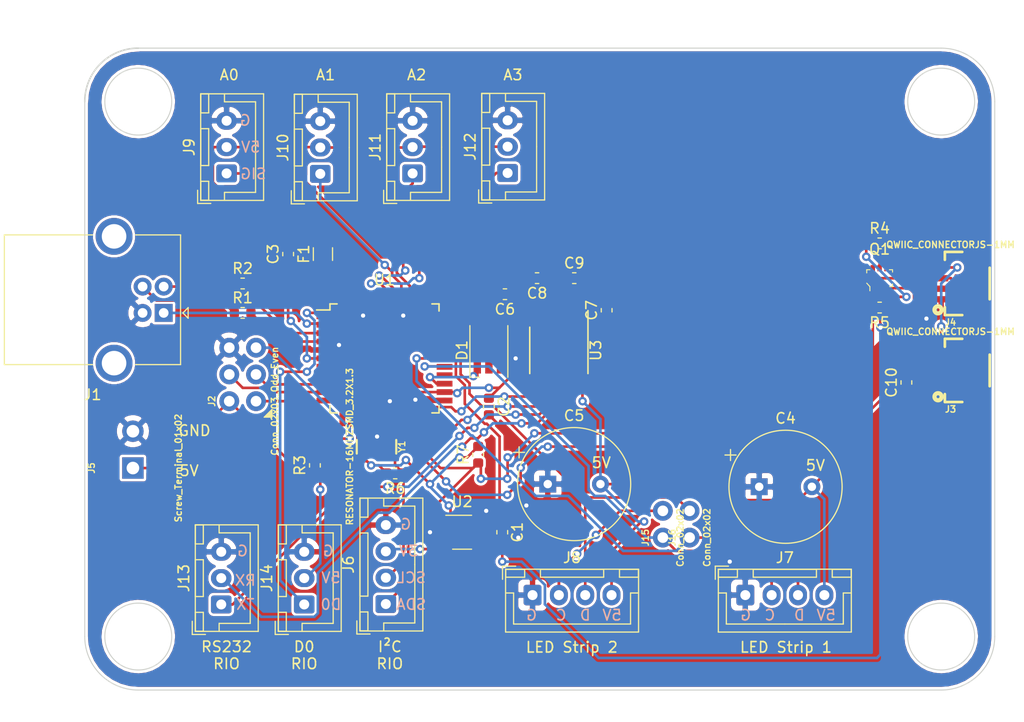
<source format=kicad_pcb>
(kicad_pcb (version 20171130) (host pcbnew "(5.1.2)-2")
  (layers (0 F.Cu signal) (31 B.Cu signal) (34 B.Paste user) (35 F.Paste user) (36 B.SilkS user) (37 F.SilkS user) (38 B.Mask user) (39 F.Mask user) (44 Edge.Cuts user))
  (net 0 "")
  (net 1 GND)
  (net 2 5V)
  (net 3 "Net-(C3-Pad1)")
  (net 4 "Net-(C6-Pad1)")
  (net 5 "Net-(C7-Pad1)")
  (net 6 "Net-(C8-Pad1)")
  (net 7 "Net-(C8-Pad2)")
  (net 8 "Net-(C9-Pad2)")
  (net 9 "Net-(C9-Pad1)")
  (net 10 LED_5V_DATA)
  (net 11 LED_5V_CLOCK)
  (net 12 UVCC)
  (net 13 "Net-(J1-Pad2)")
  (net 14 "Net-(J1-Pad3)")
  (net 15 "Net-(J1-Pad5)")
  (net 16 MISO)
  (net 17 SCK)
  (net 18 MOSI)
  (net 19 RESET)
  (net 20 SCL_3.3V)
  (net 21 SDA_3.3V)
  (net 22 3.3V)
  (net 23 SCL)
  (net 24 SDA)
  (net 25 STRIP_1_CLOCK)
  (net 26 STRIP_1_DATA)
  (net 27 STRIP_2_CLOCK)
  (net 28 STRIP_2_DATA)
  (net 29 A0)
  (net 30 A1)
  (net 31 A2)
  (net 32 A3)
  (net 33 RIO_RX)
  (net 34 RIO_TX)
  (net 35 D0)
  (net 36 D+)
  (net 37 D-)
  (net 38 "Net-(U1-Pad16)")
  (net 39 "Net-(U1-Pad17)")
  (net 40 RX)
  (net 41 TX)
  (module Custom:logo_with_border_mask (layer F.Cu) (at 154.94 89.408)
    (fp_text reference G*** hide)
    (fp_text value LOGO hide)
  )
  (module Package_TO_SOT_SMD:SOT-23-5 (layer F.Cu) (at 129.794 122.174)
    (fp_text reference U2 (at 0 -2.9) (layer F.SilkS))
    (fp_text value MIC5219-3.3YM5)
    (pad 1 smd rect (at -1.1 -0.95) (size 1.06 0.65) (layers F.Cu F.Paste F.Mask) (net 2 5V))
    (pad 2 smd rect (at -1.1 0) (size 1.06 0.65) (layers F.Cu F.Paste F.Mask) (net 1 GND))
    (pad 3 smd rect (at -1.1 0.95) (size 1.06 0.65) (layers F.Cu F.Paste F.Mask) (net 2 5V))
    (pad 4 smd rect (at 1.1 0.95) (size 1.06 0.65) (layers F.Cu F.Paste F.Mask))
    (pad 5 smd rect (at 1.1 -0.95) (size 1.06 0.65) (layers F.Cu F.Paste F.Mask) (net 22 3.3V))
  )
  (module Capacitor_SMD:C_0603_1608Metric (layer F.Cu) (at 133.604 122.174 270)
    (fp_text reference C1 (at 0 -1.43 90) (layer F.SilkS))
    (fp_text value 1.0UF-0603-16V-10%)
    (pad 1 smd roundrect (at -0.7875 0 270) (size 0.875 0.95) (layers F.Cu F.Paste F.Mask) (net 1 GND))
    (pad 2 smd roundrect (at 0.7875 0 270) (size 0.875 0.95) (layers F.Cu F.Paste F.Mask) (net 22 3.3V))
  )
  (module Capacitor_SMD:C_0603_1608Metric (layer F.Cu) (at 132.334 110.236 270)
    (fp_text reference C2 (at 0 -1.43 90) (layer F.SilkS))
    (fp_text value 0.1UF-0603-25V-5%)
    (pad 1 smd roundrect (at -0.7875 0 270) (size 0.875 0.95) (layers F.Cu F.Paste F.Mask) (net 2 5V))
    (pad 2 smd roundrect (at 0.7875 0 270) (size 0.875 0.95) (layers F.Cu F.Paste F.Mask) (net 1 GND))
  )
  (module Capacitor_SMD:C_0603_1608Metric (layer F.Cu) (at 113.284 95.758 90)
    (fp_text reference C3 (at 0 -1.43 90) (layer F.SilkS))
    (fp_text value 1.0UF-0603-16V-10%)
    (pad 2 smd roundrect (at 0.7875 0 90) (size 0.875 0.95) (layers F.Cu F.Paste F.Mask) (net 1 GND))
    (pad 1 smd roundrect (at -0.7875 0 90) (size 0.875 0.95) (layers F.Cu F.Paste F.Mask) (net 3 "Net-(C3-Pad1)"))
  )
  (module Capacitor_SMD:C_0603_1608Metric (layer F.Cu) (at 133.858 99.568 180)
    (fp_text reference C6 (at 0 -1.43) (layer F.SilkS))
    (fp_text value 0.33UF_330NF-0805-50V-10%)
    (pad 2 smd roundrect (at 0.7875 0 180) (size 0.875 0.95) (layers F.Cu F.Paste F.Mask) (net 1 GND))
    (pad 1 smd roundrect (at -0.7875 0 180) (size 0.875 0.95) (layers F.Cu F.Paste F.Mask) (net 4 "Net-(C6-Pad1)"))
  )
  (module Capacitor_SMD:C_0603_1608Metric (layer F.Cu) (at 143.51 101.092 90)
    (fp_text reference C7 (at 0 -1.43 90) (layer F.SilkS))
    (fp_text value 0.33UF_330NF-0805-50V-10%)
    (pad 2 smd roundrect (at 0.7875 0 90) (size 0.875 0.95) (layers F.Cu F.Paste F.Mask) (net 1 GND))
    (pad 1 smd roundrect (at -0.7875 0 90) (size 0.875 0.95) (layers F.Cu F.Paste F.Mask) (net 5 "Net-(C7-Pad1)"))
  )
  (module Capacitor_SMD:C_0603_1608Metric (layer F.Cu) (at 136.906 98.044 180)
    (fp_text reference C8 (at 0 -1.43) (layer F.SilkS))
    (fp_text value 0.33UF_330NF-0805-50V-10%)
    (pad 1 smd roundrect (at -0.7875 0 180) (size 0.875 0.95) (layers F.Cu F.Paste F.Mask) (net 6 "Net-(C8-Pad1)"))
    (pad 2 smd roundrect (at 0.7875 0 180) (size 0.875 0.95) (layers F.Cu F.Paste F.Mask) (net 7 "Net-(C8-Pad2)"))
  )
  (module Capacitor_SMD:C_0603_1608Metric (layer F.Cu) (at 140.4365 98.044)
    (fp_text reference C9 (at 0 -1.43) (layer F.SilkS))
    (fp_text value 0.047UF-0603-25V-5%)
    (pad 2 smd roundrect (at 0.7875 0) (size 0.875 0.95) (layers F.Cu F.Paste F.Mask) (net 8 "Net-(C9-Pad2)"))
    (pad 1 smd roundrect (at -0.7875 0) (size 0.875 0.95) (layers F.Cu F.Paste F.Mask) (net 9 "Net-(C9-Pad1)"))
  )
  (module Capacitor_SMD:C_0603_1608Metric (layer F.Cu) (at 171.958 107.95 90)
    (fp_text reference C10 (at 0 -1.43 90) (layer F.SilkS))
    (fp_text value 0.1UF-0603-25V-5%)
    (pad 1 smd roundrect (at -0.7875 0 90) (size 0.875 0.95) (layers F.Cu F.Paste F.Mask) (net 1 GND))
    (pad 2 smd roundrect (at 0.7875 0 90) (size 0.875 0.95) (layers F.Cu F.Paste F.Mask) (net 2 5V))
  )
  (module LED_SMD:LED_RGB_PLCC-6 (layer F.Cu) (at 132.334 104.902 90)
    (fp_text reference D1 (at 0 -2.55 270) (layer F.SilkS))
    (fp_text value APA102)
    (pad 1 smd rect (at -1.55 -1.1 180) (size 0.7 1.3) (layers F.Cu F.Paste F.Mask) (net 10 LED_5V_DATA))
    (pad 2 smd rect (at -1.55 0 180) (size 0.7 1.3) (layers F.Cu F.Paste F.Mask) (net 11 LED_5V_CLOCK))
    (pad 3 smd rect (at -1.55 1.1 180) (size 0.7 1.3) (layers F.Cu F.Paste F.Mask) (net 1 GND))
    (pad 4 smd rect (at 1.55 1.1 180) (size 0.7 1.3) (layers F.Cu F.Paste F.Mask))
    (pad 5 smd rect (at 1.55 0 180) (size 0.7 1.3) (layers F.Cu F.Paste F.Mask))
    (pad 6 smd rect (at 1.55 -1.1 180) (size 0.7 1.3) (layers F.Cu F.Paste F.Mask))
  )
  (module Fuse:Fuse_1206_3216Metric (layer F.Cu) (at 116.586 95.758 90)
    (fp_text reference F1 (at 0 -1.82 90) (layer F.SilkS))
    (fp_text value PPTC_HALF-AMP)
    (pad 2 smd roundrect (at 1.4 0 90) (size 1.25 1.75) (layers F.Cu F.Paste F.Mask) (roundrect_rratio 0.2) (net 2 5V))
    (pad 1 smd roundrect (at -1.4 0 90) (size 1.25 1.75) (layers F.Cu F.Paste F.Mask) (roundrect_rratio 0.2) (net 12 UVCC))
  )
  (module Connector_USB:USB_B_OST_USB-B1HSxx_Horizontal (layer F.Cu) (at 101.473 101.346 180)
    (fp_text reference J1 (at 6.76 -7.77) (layer F.SilkS))
    (fp_text value USB_B)
    (pad 1 thru_hole rect (at 0 0 180) (size 1.7 1.7) (drill 0.92) (layers *.Cu *.Mask) (net 12 UVCC))
    (pad 2 thru_hole circle (at 0 2.5 180) (size 1.7 1.7) (drill 0.92) (layers *.Cu *.Mask) (net 13 "Net-(J1-Pad2)"))
    (pad 3 thru_hole circle (at 2 2.5 180) (size 1.7 1.7) (drill 0.92) (layers *.Cu *.Mask) (net 14 "Net-(J1-Pad3)"))
    (pad 4 thru_hole circle (at 2 0 180) (size 1.7 1.7) (drill 0.92) (layers *.Cu *.Mask) (net 1 GND))
    (pad 5 thru_hole circle (at 4.71 -4.77 180) (size 3.5 3.5) (drill 2.33) (layers *.Cu *.Mask) (net 15 "Net-(J1-Pad5)"))
    (pad 5 thru_hole circle (at 4.71 7.27 180) (size 3.5 3.5) (drill 2.33) (layers *.Cu *.Mask) (net 15 "Net-(J1-Pad5)"))
  )
  (module Connectors:2X3-NS (layer F.Cu) (at 108.966 107.188 90)
    (fp_text reference J2 (at -2.54 -2.921 90) (layer F.SilkS) (effects (font (size 0.6096 0.6096) (thickness 0.127))))
    (fp_text value Conn_02x03_Odd_Even (at -2.54 3.048 90) (layer F.SilkS) (effects (font (size 0.6096 0.6096) (thickness 0.127))))
    (pad 1 thru_hole circle (at -2.54 1.27 90) (size 1.8796 1.8796) (drill 1.016) (layers *.Cu *.Mask) (net 16 MISO))
    (pad 2 thru_hole circle (at -2.54 -1.27 90) (size 1.8796 1.8796) (drill 1.016) (layers *.Cu *.Mask) (net 2 5V))
    (pad 3 thru_hole circle (at 0 1.27 90) (size 1.8796 1.8796) (drill 1.016) (layers *.Cu *.Mask) (net 17 SCK))
    (pad 4 thru_hole circle (at 0 -1.27 90) (size 1.8796 1.8796) (drill 1.016) (layers *.Cu *.Mask) (net 18 MOSI))
    (pad 5 thru_hole circle (at 2.54 1.27 90) (size 1.8796 1.8796) (drill 1.016) (layers *.Cu *.Mask) (net 19 RESET))
    (pad 6 thru_hole circle (at 2.54 -1.27 90) (size 1.8796 1.8796) (drill 1.016) (layers *.Cu *.Mask) (net 1 GND))
  )
  (module Connectors:1X04_1MM_RA (layer F.Cu) (at 175.26 106.807 90)
    (fp_text reference J3 (at -3.683 0.889) (layer F.SilkS) (effects (font (size 0.6096 0.6096) (thickness 0.127))))
    (fp_text value QWIIC_CONNECTORJS-1MM (at 3.683 0.889) (layer F.SilkS) (effects (font (size 0.6096 0.6096) (thickness 0.127))))
    (pad NC2 smd rect (at -2.79908 3.67284 90) (size 1.19888 1.99898) (layers F.Cu F.Paste F.Mask))
    (pad NC1 smd rect (at 2.79908 3.67284 90) (size 1.19888 1.99898) (layers F.Cu F.Paste F.Mask))
    (pad 4 smd rect (at 1.4986 0 90) (size 0.59944 1.34874) (layers F.Cu F.Paste F.Mask) (net 20 SCL_3.3V))
    (pad 3 smd rect (at 0.49784 0 90) (size 0.59944 1.34874) (layers F.Cu F.Paste F.Mask) (net 21 SDA_3.3V))
    (pad 2 smd rect (at -0.49784 0 90) (size 0.59944 1.34874) (layers F.Cu F.Paste F.Mask) (net 2 5V))
    (pad 1 smd rect (at -1.4986 0 90) (size 0.59944 1.34874) (layers F.Cu F.Paste F.Mask) (net 1 GND))
  )
  (module Connectors:1X04_1MM_RA (layer F.Cu) (at 175.26 98.552 90)
    (fp_text reference J4 (at -3.683 0.889) (layer F.SilkS) (effects (font (size 0.6096 0.6096) (thickness 0.127))))
    (fp_text value QWIIC_CONNECTORJS-1MM (at 3.683 0.889) (layer F.SilkS) (effects (font (size 0.6096 0.6096) (thickness 0.127))))
    (pad 1 smd rect (at -1.4986 0 90) (size 0.59944 1.34874) (layers F.Cu F.Paste F.Mask) (net 1 GND))
    (pad 2 smd rect (at -0.49784 0 90) (size 0.59944 1.34874) (layers F.Cu F.Paste F.Mask) (net 2 5V))
    (pad 3 smd rect (at 0.49784 0 90) (size 0.59944 1.34874) (layers F.Cu F.Paste F.Mask) (net 21 SDA_3.3V))
    (pad 4 smd rect (at 1.4986 0 90) (size 0.59944 1.34874) (layers F.Cu F.Paste F.Mask) (net 20 SCL_3.3V))
    (pad NC1 smd rect (at 2.79908 3.67284 90) (size 1.19888 1.99898) (layers F.Cu F.Paste F.Mask))
    (pad NC2 smd rect (at -2.79908 3.67284 90) (size 1.19888 1.99898) (layers F.Cu F.Paste F.Mask))
  )
  (module Connectors:SCREWTERMINAL-3.5MM-2-NS (layer F.Cu) (at 98.552 116.078 90)
    (fp_text reference J5 (at 0 -3.937 90) (layer F.SilkS) (effects (font (size 0.6096 0.6096) (thickness 0.127))))
    (fp_text value Screw_Terminal_01x02 (at 0 4.318 90) (layer F.SilkS) (effects (font (size 0.6096 0.6096) (thickness 0.127))))
    (pad 1 thru_hole rect (at 0 0 90) (size 2.032 2.032) (drill 1.19888) (layers *.Cu *.Mask) (net 2 5V))
    (pad 2 thru_hole circle (at 3.49758 0 90) (size 2.032 2.032) (drill 1.19888) (layers *.Cu *.Mask) (net 1 GND))
  )
  (module Connector_JST:JST_XH_B4B-XH-A_1x04_P2.50mm_Vertical (layer F.Cu) (at 122.555 128.992 90)
    (fp_text reference J6 (at 3.75 -3.55 90) (layer F.SilkS))
    (fp_text value Conn_01x04)
    (pad 1 thru_hole roundrect (at 0 0 90) (size 1.7 1.95) (drill 0.95) (layers *.Cu *.Mask) (roundrect_rratio 0.147059) (net 24 SDA))
    (pad 2 thru_hole oval (at 2.5 0 90) (size 1.7 1.95) (drill 0.95) (layers *.Cu *.Mask) (net 23 SCL))
    (pad 3 thru_hole oval (at 5 0 90) (size 1.7 1.95) (drill 0.95) (layers *.Cu *.Mask) (net 22 3.3V))
    (pad 4 thru_hole oval (at 7.5 0 90) (size 1.7 1.95) (drill 0.95) (layers *.Cu *.Mask) (net 1 GND))
  )
  (module Connector_JST:JST_XH_B4B-XH-A_1x04_P2.50mm_Vertical (layer F.Cu) (at 156.671 128.143)
    (fp_text reference J7 (at 3.75 -3.55) (layer F.SilkS))
    (fp_text value Conn_01x04)
    (pad 1 thru_hole roundrect (at 0 0) (size 1.7 1.95) (drill 0.95) (layers *.Cu *.Mask) (roundrect_rratio 0.147059) (net 1 GND))
    (pad 2 thru_hole oval (at 2.5 0) (size 1.7 1.95) (drill 0.95) (layers *.Cu *.Mask) (net 25 STRIP_1_CLOCK))
    (pad 3 thru_hole oval (at 5 0) (size 1.7 1.95) (drill 0.95) (layers *.Cu *.Mask) (net 26 STRIP_1_DATA))
    (pad 4 thru_hole oval (at 7.5 0) (size 1.7 1.95) (drill 0.95) (layers *.Cu *.Mask) (net 2 5V))
  )
  (module Connector_JST:JST_XH_B4B-XH-A_1x04_P2.50mm_Vertical (layer F.Cu) (at 136.478 128.143)
    (fp_text reference J8 (at 3.75 -3.55) (layer F.SilkS))
    (fp_text value Conn_01x04)
    (pad 1 thru_hole roundrect (at 0 0) (size 1.7 1.95) (drill 0.95) (layers *.Cu *.Mask) (roundrect_rratio 0.147059) (net 1 GND))
    (pad 2 thru_hole oval (at 2.5 0) (size 1.7 1.95) (drill 0.95) (layers *.Cu *.Mask) (net 27 STRIP_2_CLOCK))
    (pad 3 thru_hole oval (at 5 0) (size 1.7 1.95) (drill 0.95) (layers *.Cu *.Mask) (net 28 STRIP_2_DATA))
    (pad 4 thru_hole oval (at 7.5 0) (size 1.7 1.95) (drill 0.95) (layers *.Cu *.Mask) (net 2 5V))
  )
  (module Connector_JST:JST_XH_B3B-XH-A_1x03_P2.50mm_Vertical (layer F.Cu) (at 107.442 88.098 90)
    (fp_text reference J9 (at 2.5 -3.55 90) (layer F.SilkS))
    (fp_text value Conn_01x03)
    (pad 1 thru_hole roundrect (at 0 0 90) (size 1.7 1.95) (drill 0.95) (layers *.Cu *.Mask) (roundrect_rratio 0.147059) (net 29 A0))
    (pad 2 thru_hole oval (at 2.5 0 90) (size 1.7 1.95) (drill 0.95) (layers *.Cu *.Mask) (net 2 5V))
    (pad 3 thru_hole oval (at 5 0 90) (size 1.7 1.95) (drill 0.95) (layers *.Cu *.Mask) (net 1 GND))
  )
  (module Connector_JST:JST_XH_B3B-XH-A_1x03_P2.50mm_Vertical (layer F.Cu) (at 116.332 88.138 90)
    (fp_text reference J10 (at 2.5 -3.55 90) (layer F.SilkS))
    (fp_text value Conn_01x03)
    (pad 3 thru_hole oval (at 5 0 90) (size 1.7 1.95) (drill 0.95) (layers *.Cu *.Mask) (net 1 GND))
    (pad 2 thru_hole oval (at 2.5 0 90) (size 1.7 1.95) (drill 0.95) (layers *.Cu *.Mask) (net 2 5V))
    (pad 1 thru_hole roundrect (at 0 0 90) (size 1.7 1.95) (drill 0.95) (layers *.Cu *.Mask) (roundrect_rratio 0.147059) (net 30 A1))
  )
  (module Connector_JST:JST_XH_B3B-XH-A_1x03_P2.50mm_Vertical (layer F.Cu) (at 125.095 88.098 90)
    (fp_text reference J11 (at 2.5 -3.55 90) (layer F.SilkS))
    (fp_text value Conn_01x03)
    (pad 1 thru_hole roundrect (at 0 0 90) (size 1.7 1.95) (drill 0.95) (layers *.Cu *.Mask) (roundrect_rratio 0.147059) (net 31 A2))
    (pad 2 thru_hole oval (at 2.5 0 90) (size 1.7 1.95) (drill 0.95) (layers *.Cu *.Mask) (net 2 5V))
    (pad 3 thru_hole oval (at 5 0 90) (size 1.7 1.95) (drill 0.95) (layers *.Cu *.Mask) (net 1 GND))
  )
  (module Connector_JST:JST_XH_B3B-XH-A_1x03_P2.50mm_Vertical (layer F.Cu) (at 134.112 88.058 90)
    (fp_text reference J12 (at 2.5 -3.55 90) (layer F.SilkS))
    (fp_text value Conn_01x03)
    (pad 1 thru_hole roundrect (at 0 0 90) (size 1.7 1.95) (drill 0.95) (layers *.Cu *.Mask) (roundrect_rratio 0.147059) (net 32 A3))
    (pad 2 thru_hole oval (at 2.5 0 90) (size 1.7 1.95) (drill 0.95) (layers *.Cu *.Mask) (net 2 5V))
    (pad 3 thru_hole oval (at 5 0 90) (size 1.7 1.95) (drill 0.95) (layers *.Cu *.Mask) (net 1 GND))
  )
  (module Connector_JST:JST_XH_B3B-XH-A_1x03_P2.50mm_Vertical (layer F.Cu) (at 106.934 129.032 90)
    (fp_text reference J13 (at 2.5 -3.55 90) (layer F.SilkS))
    (fp_text value Conn_01x03)
    (pad 3 thru_hole oval (at 5 0 90) (size 1.7 1.95) (drill 0.95) (layers *.Cu *.Mask) (net 1 GND))
    (pad 2 thru_hole oval (at 2.5 0 90) (size 1.7 1.95) (drill 0.95) (layers *.Cu *.Mask) (net 33 RIO_RX))
    (pad 1 thru_hole roundrect (at 0 0 90) (size 1.7 1.95) (drill 0.95) (layers *.Cu *.Mask) (roundrect_rratio 0.147059) (net 34 RIO_TX))
  )
  (module Connector_JST:JST_XH_B3B-XH-A_1x03_P2.50mm_Vertical (layer F.Cu) (at 114.808 129.032 90)
    (fp_text reference J14 (at 2.5 -3.55 90) (layer F.SilkS))
    (fp_text value Conn_01x03)
    (pad 3 thru_hole oval (at 5 0 90) (size 1.7 1.95) (drill 0.95) (layers *.Cu *.Mask) (net 1 GND))
    (pad 2 thru_hole oval (at 2.5 0 90) (size 1.7 1.95) (drill 0.95) (layers *.Cu *.Mask) (net 2 5V))
    (pad 1 thru_hole roundrect (at 0 0 90) (size 1.7 1.95) (drill 0.95) (layers *.Cu *.Mask) (roundrect_rratio 0.147059) (net 35 D0))
  )
  (module Connectors:1X02_NO_SILK (layer F.Cu) (at 148.844 122.682 90)
    (fp_text reference J15 (at 0 -1.651 90) (layer F.SilkS) (effects (font (size 0.6096 0.6096) (thickness 0.127))))
    (fp_text value Conn_02x02 (at 0 1.651 90) (layer F.SilkS) (effects (font (size 0.6096 0.6096) (thickness 0.127))))
    (pad 1 thru_hole circle (at 0 0 90) (size 1.8796 1.8796) (drill 1.016) (layers *.Cu *.Mask) (net 25 STRIP_1_CLOCK))
    (pad 2 thru_hole circle (at 2.54 0 90) (size 1.8796 1.8796) (drill 1.016) (layers *.Cu *.Mask) (net 27 STRIP_2_CLOCK))
  )
  (module Connectors:1X02_NO_SILK (layer F.Cu) (at 151.384 122.682 90)
    (fp_text reference J16 (at 0 -1.651 90) (layer F.SilkS) (effects (font (size 0.6096 0.6096) (thickness 0.127))))
    (fp_text value Conn_02x02 (at 0 1.651 90) (layer F.SilkS) (effects (font (size 0.6096 0.6096) (thickness 0.127))))
    (pad 2 thru_hole circle (at 2.54 0 90) (size 1.8796 1.8796) (drill 1.016) (layers *.Cu *.Mask) (net 28 STRIP_2_DATA))
    (pad 1 thru_hole circle (at 0 0 90) (size 1.8796 1.8796) (drill 1.016) (layers *.Cu *.Mask) (net 26 STRIP_1_DATA))
  )
  (module digikey-footprints:SOT-363 (layer F.Cu) (at 169.418 98.044)
    (fp_text reference Q1 (at 0 -2.75) (layer F.SilkS))
    (fp_text value BSS138DW-7-F)
    (pad 6 smd rect (at -0.65 -0.95) (size 0.42 0.6) (layers F.Cu F.Paste F.Mask) (net 24 SDA))
    (pad 5 smd rect (at 0 -0.95) (size 0.42 0.6) (layers F.Cu F.Paste F.Mask) (net 22 3.3V))
    (pad 4 smd rect (at 0.65 -0.95) (size 0.42 0.6) (layers F.Cu F.Paste F.Mask) (net 20 SCL_3.3V))
    (pad 1 smd rect (at -0.65 0.95) (size 0.42 0.6) (layers F.Cu F.Paste F.Mask) (net 21 SDA_3.3V))
    (pad 2 smd rect (at 0 0.95) (size 0.42 0.6) (layers F.Cu F.Paste F.Mask) (net 22 3.3V))
    (pad 3 smd rect (at 0.65 0.95) (size 0.42 0.6) (layers F.Cu F.Paste F.Mask) (net 23 SCL))
  )
  (module Resistor_SMD:R_0603_1608Metric (layer F.Cu) (at 108.966 101.346)
    (fp_text reference R1 (at 0 -1.43) (layer F.SilkS))
    (fp_text value 220KOHM-0603-1_10W-1%)
    (pad 2 smd roundrect (at 0.7875 0) (size 0.875 0.95) (layers F.Cu F.Paste F.Mask) (net 36 D+))
    (pad 1 smd roundrect (at -0.7875 0) (size 0.875 0.95) (layers F.Cu F.Paste F.Mask) (net 14 "Net-(J1-Pad3)"))
  )
  (module Resistor_SMD:R_0603_1608Metric (layer F.Cu) (at 108.966 98.552)
    (fp_text reference R2 (at 0 -1.43) (layer F.SilkS))
    (fp_text value 220KOHM-0603-1_10W-1%)
    (pad 1 smd roundrect (at -0.7875 0) (size 0.875 0.95) (layers F.Cu F.Paste F.Mask) (net 13 "Net-(J1-Pad2)"))
    (pad 2 smd roundrect (at 0.7875 0) (size 0.875 0.95) (layers F.Cu F.Paste F.Mask) (net 37 D-))
  )
  (module Resistor_SMD:R_0603_1608Metric (layer F.Cu) (at 115.824 115.824 90)
    (fp_text reference R3 (at 0 -1.43 90) (layer F.SilkS))
    (fp_text value 10KOHM-0603-1_10W-1%)
    (pad 2 smd roundrect (at 0.7875 0 90) (size 0.875 0.95) (layers F.Cu F.Paste F.Mask) (net 19 RESET))
    (pad 1 smd roundrect (at -0.7875 0 90) (size 0.875 0.95) (layers F.Cu F.Paste F.Mask) (net 2 5V))
  )
  (module Resistor_SMD:R_0603_1608Metric (layer F.Cu) (at 169.418 94.742)
    (fp_text reference R4 (at 0 -1.43) (layer F.SilkS))
    (fp_text value 4.7KOHM-0603-1_10W-1%)
    (pad 1 smd roundrect (at -0.7875 0) (size 0.875 0.95) (layers F.Cu F.Paste F.Mask) (net 22 3.3V))
    (pad 2 smd roundrect (at 0.7875 0) (size 0.875 0.95) (layers F.Cu F.Paste F.Mask) (net 20 SCL_3.3V))
  )
  (module Resistor_SMD:R_0603_1608Metric (layer F.Cu) (at 169.418 100.838 180)
    (fp_text reference R5 (at 0 -1.43) (layer F.SilkS))
    (fp_text value 4.7KOHM-0603-1_10W-1%)
    (pad 1 smd roundrect (at -0.7875 0 180) (size 0.875 0.95) (layers F.Cu F.Paste F.Mask) (net 22 3.3V))
    (pad 2 smd roundrect (at 0.7875 0 180) (size 0.875 0.95) (layers F.Cu F.Paste F.Mask) (net 21 SDA_3.3V))
  )
  (module Resistor_SMD:R_0603_1608Metric (layer F.Cu) (at 123.444 116.586 180)
    (fp_text reference R6 (at 0 -1.43) (layer F.SilkS))
    (fp_text value 4.7KOHM-0603-1_10W-1%)
    (pad 2 smd roundrect (at 0.7875 0 180) (size 0.875 0.95) (layers F.Cu F.Paste F.Mask) (net 2 5V))
    (pad 1 smd roundrect (at -0.7875 0 180) (size 0.875 0.95) (layers F.Cu F.Paste F.Mask) (net 23 SCL))
  )
  (module Resistor_SMD:R_0603_1608Metric (layer F.Cu) (at 131.318 114.808 90)
    (fp_text reference R7 (at 0 -1.43 90) (layer F.SilkS))
    (fp_text value 4.7KOHM-0603-1_10W-1%)
    (pad 2 smd roundrect (at 0.7875 0 90) (size 0.875 0.95) (layers F.Cu F.Paste F.Mask) (net 2 5V))
    (pad 1 smd roundrect (at -0.7875 0 90) (size 0.875 0.95) (layers F.Cu F.Paste F.Mask) (net 24 SDA))
  )
  (module Package_QFP:TQFP-44_10x10mm_P0.8mm (layer F.Cu) (at 122.428 105.664)
    (fp_text reference U1 (at 0 -7.45) (layer F.SilkS))
    (fp_text value ATMEGA32U4)
    (pad 1 smd rect (at -5.7 -4) (size 1.5 0.55) (layers F.Cu F.Paste F.Mask) (net 35 D0))
    (pad 2 smd rect (at -5.7 -3.2) (size 1.5 0.55) (layers F.Cu F.Paste F.Mask) (net 12 UVCC))
    (pad 3 smd rect (at -5.7 -2.4) (size 1.5 0.55) (layers F.Cu F.Paste F.Mask) (net 37 D-))
    (pad 4 smd rect (at -5.7 -1.6) (size 1.5 0.55) (layers F.Cu F.Paste F.Mask) (net 36 D+))
    (pad 5 smd rect (at -5.7 -0.8) (size 1.5 0.55) (layers F.Cu F.Paste F.Mask) (net 1 GND))
    (pad 6 smd rect (at -5.7 0) (size 1.5 0.55) (layers F.Cu F.Paste F.Mask) (net 3 "Net-(C3-Pad1)"))
    (pad 7 smd rect (at -5.7 0.8) (size 1.5 0.55) (layers F.Cu F.Paste F.Mask) (net 12 UVCC))
    (pad 8 smd rect (at -5.7 1.6) (size 1.5 0.55) (layers F.Cu F.Paste F.Mask))
    (pad 9 smd rect (at -5.7 2.4) (size 1.5 0.55) (layers F.Cu F.Paste F.Mask) (net 17 SCK))
    (pad 10 smd rect (at -5.7 3.2) (size 1.5 0.55) (layers F.Cu F.Paste F.Mask) (net 18 MOSI))
    (pad 11 smd rect (at -5.7 4) (size 1.5 0.55) (layers F.Cu F.Paste F.Mask) (net 16 MISO))
    (pad 12 smd rect (at -4 5.7 90) (size 1.5 0.55) (layers F.Cu F.Paste F.Mask))
    (pad 13 smd rect (at -3.2 5.7 90) (size 1.5 0.55) (layers F.Cu F.Paste F.Mask) (net 19 RESET))
    (pad 14 smd rect (at -2.4 5.7 90) (size 1.5 0.55) (layers F.Cu F.Paste F.Mask) (net 2 5V))
    (pad 15 smd rect (at -1.6 5.7 90) (size 1.5 0.55) (layers F.Cu F.Paste F.Mask) (net 1 GND))
    (pad 16 smd rect (at -0.8 5.7 90) (size 1.5 0.55) (layers F.Cu F.Paste F.Mask) (net 38 "Net-(U1-Pad16)"))
    (pad 17 smd rect (at 0 5.7 90) (size 1.5 0.55) (layers F.Cu F.Paste F.Mask) (net 39 "Net-(U1-Pad17)"))
    (pad 18 smd rect (at 0.8 5.7 90) (size 1.5 0.55) (layers F.Cu F.Paste F.Mask) (net 23 SCL))
    (pad 19 smd rect (at 1.6 5.7 90) (size 1.5 0.55) (layers F.Cu F.Paste F.Mask) (net 24 SDA))
    (pad 20 smd rect (at 2.4 5.7 90) (size 1.5 0.55) (layers F.Cu F.Paste F.Mask) (net 40 RX))
    (pad 21 smd rect (at 3.2 5.7 90) (size 1.5 0.55) (layers F.Cu F.Paste F.Mask) (net 41 TX))
    (pad 22 smd rect (at 4 5.7 90) (size 1.5 0.55) (layers F.Cu F.Paste F.Mask))
    (pad 23 smd rect (at 5.7 4) (size 1.5 0.55) (layers F.Cu F.Paste F.Mask) (net 1 GND))
    (pad 24 smd rect (at 5.7 3.2) (size 1.5 0.55) (layers F.Cu F.Paste F.Mask) (net 2 5V))
    (pad 25 smd rect (at 5.7 2.4) (size 1.5 0.55) (layers F.Cu F.Paste F.Mask) (net 10 LED_5V_DATA))
    (pad 26 smd rect (at 5.7 1.6) (size 1.5 0.55) (layers F.Cu F.Paste F.Mask))
    (pad 27 smd rect (at 5.7 0.8) (size 1.5 0.55) (layers F.Cu F.Paste F.Mask) (net 25 STRIP_1_CLOCK))
    (pad 28 smd rect (at 5.7 0) (size 1.5 0.55) (layers F.Cu F.Paste F.Mask) (net 26 STRIP_1_DATA))
    (pad 29 smd rect (at 5.7 -0.8) (size 1.5 0.55) (layers F.Cu F.Paste F.Mask) (net 27 STRIP_2_CLOCK))
    (pad 30 smd rect (at 5.7 -1.6) (size 1.5 0.55) (layers F.Cu F.Paste F.Mask) (net 28 STRIP_2_DATA))
    (pad 31 smd rect (at 5.7 -2.4) (size 1.5 0.55) (layers F.Cu F.Paste F.Mask) (net 11 LED_5V_CLOCK))
    (pad 32 smd rect (at 5.7 -3.2) (size 1.5 0.55) (layers F.Cu F.Paste F.Mask))
    (pad 33 smd rect (at 5.7 -4) (size 1.5 0.55) (layers F.Cu F.Paste F.Mask))
    (pad 34 smd rect (at 4 -5.7 90) (size 1.5 0.55) (layers F.Cu F.Paste F.Mask) (net 2 5V))
    (pad 35 smd rect (at 3.2 -5.7 90) (size 1.5 0.55) (layers F.Cu F.Paste F.Mask) (net 1 GND))
    (pad 36 smd rect (at 2.4 -5.7 90) (size 1.5 0.55) (layers F.Cu F.Paste F.Mask) (net 29 A0))
    (pad 37 smd rect (at 1.6 -5.7 90) (size 1.5 0.55) (layers F.Cu F.Paste F.Mask) (net 30 A1))
    (pad 38 smd rect (at 0.8 -5.7 90) (size 1.5 0.55) (layers F.Cu F.Paste F.Mask) (net 31 A2))
    (pad 39 smd rect (at 0 -5.7 90) (size 1.5 0.55) (layers F.Cu F.Paste F.Mask) (net 32 A3))
    (pad 40 smd rect (at -0.8 -5.7 90) (size 1.5 0.55) (layers F.Cu F.Paste F.Mask))
    (pad 41 smd rect (at -1.6 -5.7 90) (size 1.5 0.55) (layers F.Cu F.Paste F.Mask))
    (pad 42 smd rect (at -2.4 -5.7 90) (size 1.5 0.55) (layers F.Cu F.Paste F.Mask))
    (pad 43 smd rect (at -3.2 -5.7 90) (size 1.5 0.55) (layers F.Cu F.Paste F.Mask) (net 1 GND))
    (pad 44 smd rect (at -4 -5.7 90) (size 1.5 0.55) (layers F.Cu F.Paste F.Mask) (net 2 5V))
  )
  (module Package_SO:TSSOP-16_4.4x5mm_P0.65mm (layer F.Cu) (at 138.938 104.902 270)
    (fp_text reference U3 (at 0 -3.55 90) (layer F.SilkS))
    (fp_text value MAX3232)
    (pad 1 smd rect (at -2.95 -2.275 270) (size 1.5 0.45) (layers F.Cu F.Paste F.Mask) (net 8 "Net-(C9-Pad2)"))
    (pad 2 smd rect (at -2.95 -1.625 270) (size 1.5 0.45) (layers F.Cu F.Paste F.Mask) (net 5 "Net-(C7-Pad1)"))
    (pad 3 smd rect (at -2.95 -0.975 270) (size 1.5 0.45) (layers F.Cu F.Paste F.Mask) (net 9 "Net-(C9-Pad1)"))
    (pad 4 smd rect (at -2.95 -0.325 270) (size 1.5 0.45) (layers F.Cu F.Paste F.Mask) (net 6 "Net-(C8-Pad1)"))
    (pad 5 smd rect (at -2.95 0.325 270) (size 1.5 0.45) (layers F.Cu F.Paste F.Mask) (net 7 "Net-(C8-Pad2)"))
    (pad 6 smd rect (at -2.95 0.975 270) (size 1.5 0.45) (layers F.Cu F.Paste F.Mask) (net 4 "Net-(C6-Pad1)"))
    (pad 7 smd rect (at -2.95 1.625 270) (size 1.5 0.45) (layers F.Cu F.Paste F.Mask))
    (pad 8 smd rect (at -2.95 2.275 270) (size 1.5 0.45) (layers F.Cu F.Paste F.Mask))
    (pad 9 smd rect (at 2.95 2.275 270) (size 1.5 0.45) (layers F.Cu F.Paste F.Mask))
    (pad 10 smd rect (at 2.95 1.625 270) (size 1.5 0.45) (layers F.Cu F.Paste F.Mask))
    (pad 11 smd rect (at 2.95 0.975 270) (size 1.5 0.45) (layers F.Cu F.Paste F.Mask) (net 41 TX))
    (pad 12 smd rect (at 2.95 0.325 270) (size 1.5 0.45) (layers F.Cu F.Paste F.Mask) (net 40 RX))
    (pad 13 smd rect (at 2.95 -0.325 270) (size 1.5 0.45) (layers F.Cu F.Paste F.Mask) (net 34 RIO_TX))
    (pad 14 smd rect (at 2.95 -0.975 270) (size 1.5 0.45) (layers F.Cu F.Paste F.Mask) (net 33 RIO_RX))
    (pad 15 smd rect (at 2.95 -1.625 270) (size 1.5 0.45) (layers F.Cu F.Paste F.Mask) (net 1 GND))
    (pad 16 smd rect (at 2.95 -2.275 270) (size 1.5 0.45) (layers F.Cu F.Paste F.Mask) (net 2 5V))
  )
  (module Custom:RESONATOR-SMD-3.2X1.3_UNRESTRICTED (layer F.Cu) (at 121.666 114.046 180)
    (fp_text reference Y1 (at -2.413 0 90) (layer F.SilkS) (effects (font (size 0.6096 0.6096) (thickness 0.127))))
    (fp_text value RESONATOR-16MHZSMD_3.2X1.3 (at 2.54 0 90) (layer F.SilkS) (effects (font (size 0.6096 0.6096) (thickness 0.127))))
    (pad 1 smd oval (at -1.19888 0 180) (size 0.44958 1.905) (layers F.Cu F.Paste F.Mask) (net 39 "Net-(U1-Pad17)"))
    (pad 2 smd oval (at 0 0 180) (size 0.44958 1.905) (layers F.Cu F.Paste F.Mask) (net 1 GND))
    (pad 3 smd oval (at 1.19888 0 180) (size 0.44958 1.905) (layers F.Cu F.Paste F.Mask) (net 38 "Net-(U1-Pad16)"))
  )
  (module Capacitor_THT:CP_Radial_Tantal_D10.5mm_P5.00mm (layer F.Cu) (at 157.988 117.856)
    (fp_text reference C4 (at 2.5 -6.5) (layer F.SilkS))
    (fp_text value C)
    (pad 2 thru_hole circle (at 5 0) (size 1.6 1.6) (drill 0.8) (layers *.Cu *.Mask) (net 2 5V))
    (pad 1 thru_hole rect (at 0 0) (size 1.6 1.6) (drill 0.8) (layers *.Cu *.Mask) (net 1 GND))
  )
  (module Capacitor_THT:CP_Radial_Tantal_D10.5mm_P5.00mm (layer F.Cu) (at 137.922 117.602)
    (fp_text reference C5 (at 2.5 -6.5) (layer F.SilkS))
    (fp_text value C)
    (pad 1 thru_hole rect (at 0 0) (size 1.6 1.6) (drill 0.8) (layers *.Cu *.Mask) (net 1 GND))
    (pad 2 thru_hole circle (at 5 0) (size 1.6 1.6) (drill 0.8) (layers *.Cu *.Mask) (net 2 5V))
  )
  (gr_poly (pts (xy 110.998 111.252) (xy 111.76 110.49) (xy 111.76 111.252)) (layer F.SilkS) (width 0.1))
  (gr_text SIG (at 109.982 88.138) (layer B.SilkS) (effects (font (size 1 1)) (justify mirror)))
  (gr_text 5V (at 109.728 85.598) (layer B.SilkS) (effects (font (size 1 1)) (justify mirror)))
  (gr_text G (at 109.22 83.058) (layer B.SilkS) (effects (font (size 1 1)) (justify mirror)))
  (gr_text A3 (at 134.62 78.74) (layer F.SilkS) (effects (font (size 1 1))))
  (gr_text A2 (at 125.476 78.74) (layer F.SilkS) (effects (font (size 1 1))))
  (gr_text A1 (at 116.84 78.74) (layer F.SilkS) (effects (font (size 1 1))))
  (gr_text A0 (at 107.696 78.74) (layer F.SilkS) (effects (font (size 1 1))))
  (gr_text 5V (at 103.886 116.332) (layer F.SilkS) (effects (font (size 1 1))))
  (gr_text GND (at 104.394 112.522) (layer F.SilkS) (effects (font (size 1 1))))
  (gr_text SDA (at 124.968 129.032) (layer B.SilkS) (effects (font (size 1 1)) (justify mirror)))
  (gr_text "SCL\n" (at 124.968 126.492) (layer B.SilkS) (effects (font (size 1 1)) (justify mirror)))
  (gr_text 3V (at 124.714 123.952) (layer B.SilkS) (effects (font (size 1 1)) (justify mirror)))
  (gr_text D0 (at 117.348 129.032) (layer B.SilkS) (effects (font (size 1 1)) (justify mirror)))
  (gr_text 5V (at 117.348 126.492) (layer B.SilkS) (effects (font (size 1 1)) (justify mirror)))
  (gr_text TX (at 109.22 129.032) (layer B.SilkS) (effects (font (size 1 1)) (justify mirror)))
  (gr_text RX (at 109.22 126.746) (layer B.SilkS) (effects (font (size 1 1)) (justify mirror)))
  (gr_text G (at 124.46 121.412) (layer B.SilkS) (effects (font (size 1 1)) (justify mirror)))
  (gr_text G (at 117.094 123.952) (layer B.SilkS) (effects (font (size 1 1)) (justify mirror)))
  (gr_text "I²C\nRIO" (at 122.936 133.858) (layer F.SilkS) (effects (font (size 1 1))))
  (gr_text G (at 108.966 123.952) (layer B.SilkS) (effects (font (size 1 1)) (justify mirror)))
  (gr_text "D0\nRIO" (at 114.808 133.858) (layer F.SilkS) (effects (font (size 1 1))))
  (gr_text "RS232\nRIO" (at 107.442 133.858) (layer F.SilkS) (effects (font (size 1 1))))
  (gr_text "LED Strip 2" (at 140.208 133.096) (layer F.SilkS) (effects (font (size 1 1))))
  (gr_text 5V (at 144.018 130.048) (layer B.SilkS) (effects (font (size 1 1)) (justify mirror)))
  (gr_text D (at 141.478 130.048) (layer B.SilkS) (effects (font (size 1 1)) (justify mirror)))
  (gr_text C (at 139.192 130.048) (layer B.SilkS) (effects (font (size 1 1)) (justify mirror)))
  (gr_text G (at 136.398 130.048) (layer B.SilkS) (effects (font (size 1 1)) (justify mirror)))
  (gr_text "5V\n" (at 164.338 130.048) (layer B.SilkS) (effects (font (size 1 1)) (justify mirror)))
  (gr_text D (at 161.798 130.048) (layer B.SilkS) (effects (font (size 1 1)) (justify mirror)))
  (gr_text C (at 159.004 130.048) (layer B.SilkS) (effects (font (size 1 1)) (justify mirror)))
  (gr_text G (at 156.718 130.048) (layer B.SilkS) (effects (font (size 1 1)) (justify mirror)))
  (gr_text "LED Strip 1" (at 160.528 133.096) (layer F.SilkS) (effects (font (size 1 1))))
  (gr_text 5V (at 163.322 115.824) (layer F.SilkS) (effects (font (size 1 1))))
  (gr_text 5V (at 143.002 115.57) (layer F.SilkS) (effects (font (size 1 1))))
  (gr_circle (center 99.06 132.08) (end 102.235 132.08) (layer Edge.Cuts) (width 0.1))
  (gr_circle (center 175.26 132.08) (end 178.435 132.08) (layer Edge.Cuts) (width 0.1))
  (gr_circle (center 175.26 81.28) (end 178.435 81.28) (layer Edge.Cuts) (width 0.1))
  (gr_circle (center 99.06 81.28) (end 102.235 81.28) (layer Edge.Cuts) (width 0.1))
  (gr_line (start 175.26 76.2) (end 98.806 76.2) (layer Edge.Cuts) (width 0.1))
  (gr_line (start 180.34 132.08) (end 180.34 81.28) (layer Edge.Cuts) (width 0.1))
  (gr_line (start 99.06 137.16) (end 175.26 137.16) (layer Edge.Cuts) (width 0.1))
  (gr_line (start 93.98 81.28) (end 93.98 132.08) (layer Edge.Cuts) (width 0.1))
  (gr_arc (start 99.06 132.08) (end 93.98 132.08) (angle -90) (layer Edge.Cuts) (width 0.1))
  (gr_arc (start 175.26 132.08) (end 175.26 137.16) (angle -90) (layer Edge.Cuts) (width 0.1))
  (gr_arc (start 175.26 81.28) (end 180.34 81.28) (angle -90) (layer Edge.Cuts) (width 0.1))
  (gr_arc (start 99.06 81.28) (end 99.06 76.2) (angle -90) (layer Edge.Cuts) (width 0.15))
  (segment (start 125.135 83.058) (end 125.095 83.098) (width 0.25) (layer B.Cu) (net 1))
  (segment (start 134.112 83.058) (end 125.135 83.058) (width 0.25) (layer B.Cu) (net 1))
  (segment (start 125.055 83.138) (end 125.095 83.098) (width 0.25) (layer B.Cu) (net 1))
  (segment (start 116.332 83.138) (end 125.055 83.138) (width 0.25) (layer B.Cu) (net 1))
  (segment (start 107.482 83.138) (end 107.442 83.098) (width 0.25) (layer B.Cu) (net 1))
  (segment (start 116.332 83.138) (end 107.482 83.138) (width 0.25) (layer B.Cu) (net 1))
  (via (at 155.194 124.968) (size 0.8) (drill 0.4) (layers F.Cu B.Cu) (net 1))
  (segment (start 156.671 128.143) (end 156.671 126.445) (width 0.25) (layer F.Cu) (net 1))
  (segment (start 156.671 126.445) (end 155.194 124.968) (width 0.25) (layer F.Cu) (net 1))
  (segment (start 157.988 122.174) (end 157.988 117.856) (width 0.25) (layer B.Cu) (net 1))
  (segment (start 155.194 124.968) (end 157.988 122.174) (width 0.25) (layer B.Cu) (net 1))
  (via (at 134.874 105.664) (size 0.8) (drill 0.4) (layers F.Cu B.Cu) (net 1))
  (segment (start 133.434 106.452) (end 134.086 106.452) (width 0.25) (layer F.Cu) (net 1))
  (segment (start 134.086 106.452) (end 134.874 105.664) (width 0.25) (layer F.Cu) (net 1))
  (via (at 125.357814 109.589) (size 0.8) (drill 0.4) (layers F.Cu B.Cu) (net 1))
  (segment (start 128.128 109.664) (end 125.432814 109.664) (width 0.25) (layer F.Cu) (net 1))
  (segment (start 125.432814 109.664) (end 125.357814 109.589) (width 0.25) (layer F.Cu) (net 1))
  (via (at 122.936 109.728) (size 0.8) (drill 0.4) (layers F.Cu B.Cu) (net 1))
  (segment (start 121.464 109.728) (end 122.936 109.728) (width 0.25) (layer F.Cu) (net 1))
  (segment (start 120.828 111.364) (end 120.828 110.364) (width 0.25) (layer F.Cu) (net 1))
  (segment (start 120.828 110.364) (end 121.464 109.728) (width 0.25) (layer F.Cu) (net 1))
  (via (at 121.723358 113.087358) (size 0.8) (drill 0.4) (layers F.Cu B.Cu) (net 1))
  (segment (start 121.666 114.046) (end 121.666 113.144716) (width 0.25) (layer F.Cu) (net 1))
  (segment (start 121.666 113.144716) (end 121.723358 113.087358) (width 0.25) (layer F.Cu) (net 1))
  (via (at 118.11 104.394) (size 0.8) (drill 0.4) (layers F.Cu B.Cu) (net 1))
  (segment (start 116.728 104.864) (end 117.64 104.864) (width 0.25) (layer F.Cu) (net 1))
  (segment (start 117.64 104.864) (end 118.11 104.394) (width 0.25) (layer F.Cu) (net 1))
  (via (at 120.396 101.6) (size 0.8) (drill 0.4) (layers F.Cu B.Cu) (net 1))
  (segment (start 119.864 101.6) (end 120.396 101.6) (width 0.25) (layer F.Cu) (net 1))
  (segment (start 119.228 99.964) (end 119.228 100.964) (width 0.25) (layer F.Cu) (net 1))
  (segment (start 119.228 100.964) (end 119.864 101.6) (width 0.25) (layer F.Cu) (net 1))
  (via (at 124.206 101.6) (size 0.8) (drill 0.4) (layers F.Cu B.Cu) (net 1))
  (segment (start 124.992 101.6) (end 124.206 101.6) (width 0.25) (layer F.Cu) (net 1))
  (segment (start 125.628 99.964) (end 125.628 100.964) (width 0.25) (layer F.Cu) (net 1))
  (segment (start 125.628 100.964) (end 124.992 101.6) (width 0.25) (layer F.Cu) (net 1))
  (via (at 132.08 120.142) (size 0.8) (drill 0.4) (layers F.Cu B.Cu) (net 1))
  (segment (start 133.604 121.3865) (end 133.3245 121.3865) (width 0.25) (layer F.Cu) (net 1))
  (segment (start 133.3245 121.3865) (end 132.08 120.142) (width 0.25) (layer F.Cu) (net 1))
  (via (at 126.746 122.174) (size 0.8) (drill 0.4) (layers F.Cu B.Cu) (net 1))
  (segment (start 128.694 122.174) (end 126.746 122.174) (width 0.25) (layer F.Cu) (net 1))
  (via (at 135.123094 122.686906) (size 0.8) (drill 0.4) (layers F.Cu B.Cu) (net 1))
  (segment (start 133.604 121.3865) (end 133.822688 121.3865) (width 0.25) (layer F.Cu) (net 1))
  (segment (start 133.822688 121.3865) (end 135.123094 122.686906) (width 0.25) (layer F.Cu) (net 1))
  (via (at 135.89 119.634) (size 0.8) (drill 0.4) (layers F.Cu B.Cu) (net 1))
  (segment (start 136.94 119.634) (end 135.89 119.634) (width 0.25) (layer F.Cu) (net 1))
  (segment (start 137.922 117.602) (end 137.922 118.652) (width 0.25) (layer F.Cu) (net 1))
  (segment (start 137.922 118.652) (end 136.94 119.634) (width 0.25) (layer F.Cu) (net 1))
  (segment (start 132.334 111.0235) (end 133.8325 112.522) (width 0.25) (layer F.Cu) (net 1))
  (via (at 173.858022 101.884504) (size 0.8) (drill 0.4) (layers F.Cu B.Cu) (net 1))
  (segment (start 175.26 100.60032) (end 173.975816 101.884504) (width 0.25) (layer F.Cu) (net 1))
  (segment (start 173.975816 101.884504) (end 173.858022 101.884504) (width 0.25) (layer F.Cu) (net 1))
  (segment (start 175.26 100.0506) (end 175.26 100.60032) (width 0.25) (layer F.Cu) (net 1))
  (segment (start 116.292 85.598) (end 116.332 85.638) (width 0.25) (layer F.Cu) (net 2))
  (segment (start 107.442 85.598) (end 116.292 85.598) (width 0.25) (layer F.Cu) (net 2))
  (segment (start 125.055 85.638) (end 125.095 85.598) (width 0.25) (layer F.Cu) (net 2))
  (segment (start 116.332 85.638) (end 125.055 85.638) (width 0.25) (layer F.Cu) (net 2))
  (segment (start 125.135 85.558) (end 125.095 85.598) (width 0.25) (layer F.Cu) (net 2))
  (segment (start 134.112 85.558) (end 125.135 85.558) (width 0.25) (layer F.Cu) (net 2))
  (segment (start 118.428 96.2) (end 116.586 94.358) (width 0.25) (layer F.Cu) (net 2))
  (segment (start 118.428 99.964) (end 118.428 96.2) (width 0.25) (layer F.Cu) (net 2))
  (via (at 116.332 118.11) (size 0.8) (drill 0.4) (layers F.Cu B.Cu) (net 2))
  (segment (start 116.332 125.133) (end 116.332 118.11) (width 0.25) (layer B.Cu) (net 2))
  (segment (start 114.808 126.532) (end 114.933 126.532) (width 0.25) (layer B.Cu) (net 2))
  (segment (start 114.933 126.532) (end 116.332 125.133) (width 0.25) (layer B.Cu) (net 2))
  (segment (start 116.332 117.1195) (end 115.824 116.6115) (width 0.25) (layer F.Cu) (net 2))
  (segment (start 116.332 118.11) (end 116.332 117.1195) (width 0.25) (layer F.Cu) (net 2))
  (segment (start 122.123 117.1195) (end 122.6565 116.586) (width 0.25) (layer F.Cu) (net 2))
  (segment (start 116.332 117.1195) (end 122.123 117.1195) (width 0.25) (layer F.Cu) (net 2))
  (segment (start 128.694 121.224) (end 128.694 119.804) (width 0.25) (layer F.Cu) (net 2))
  (via (at 128.524 119.634) (size 0.8) (drill 0.4) (layers F.Cu B.Cu) (net 2))
  (segment (start 128.694 119.804) (end 128.524 119.634) (width 0.25) (layer F.Cu) (net 2))
  (segment (start 128.524 119.634) (end 126.746 117.856) (width 0.25) (layer B.Cu) (net 2))
  (via (at 126.746 117.602) (size 0.8) (drill 0.4) (layers F.Cu B.Cu) (net 2))
  (segment (start 126.746 117.856) (end 126.746 117.602) (width 0.25) (layer B.Cu) (net 2))
  (via (at 124.46 115.316) (size 0.8) (drill 0.4) (layers F.Cu B.Cu) (net 2))
  (segment (start 126.746 117.602) (end 124.46 115.316) (width 0.25) (layer F.Cu) (net 2))
  (via (at 121.158 115.824) (size 0.8) (drill 0.4) (layers F.Cu B.Cu) (net 2))
  (segment (start 124.46 115.316) (end 123.952 115.824) (width 0.25) (layer B.Cu) (net 2))
  (segment (start 123.952 115.824) (end 121.158 115.824) (width 0.25) (layer B.Cu) (net 2))
  (segment (start 121.8945 115.824) (end 122.6565 116.586) (width 0.25) (layer F.Cu) (net 2))
  (segment (start 121.158 115.824) (end 121.8945 115.824) (width 0.25) (layer F.Cu) (net 2))
  (via (at 129.54 115.062) (size 0.8) (drill 0.4) (layers F.Cu B.Cu) (net 2))
  (segment (start 126.746 117.602) (end 129.286 115.062) (width 0.25) (layer B.Cu) (net 2))
  (segment (start 129.286 115.062) (end 129.54 115.062) (width 0.25) (layer B.Cu) (net 2))
  (segment (start 164.171 119.039) (end 162.988 117.856) (width 0.25) (layer B.Cu) (net 2))
  (segment (start 164.171 128.143) (end 164.171 119.039) (width 0.25) (layer B.Cu) (net 2))
  (segment (start 144.05337 117.602) (end 142.922 117.602) (width 0.25) (layer F.Cu) (net 2))
  (segment (start 150.715906 117.602) (end 144.05337 117.602) (width 0.25) (layer F.Cu) (net 2))
  (segment (start 152.239906 119.126) (end 150.715906 117.602) (width 0.25) (layer F.Cu) (net 2))
  (segment (start 161.718 119.126) (end 152.239906 119.126) (width 0.25) (layer F.Cu) (net 2))
  (segment (start 162.988 117.856) (end 161.718 119.126) (width 0.25) (layer F.Cu) (net 2))
  (segment (start 175.11766 107.1625) (end 175.26 107.30484) (width 0.25) (layer F.Cu) (net 2))
  (segment (start 171.958 107.1625) (end 175.11766 107.1625) (width 0.25) (layer F.Cu) (net 2))
  (segment (start 101.346 116.078) (end 107.696 109.728) (width 0.25) (layer F.Cu) (net 2))
  (segment (start 98.552 116.078) (end 101.346 116.078) (width 0.25) (layer F.Cu) (net 2))
  (segment (start 114.5795 116.6115) (end 115.824 116.6115) (width 0.25) (layer F.Cu) (net 2))
  (segment (start 107.696 109.728) (end 114.5795 116.6115) (width 0.25) (layer F.Cu) (net 2))
  (segment (start 143.978 128.143) (end 143.978 123.992) (width 0.25) (layer F.Cu) (net 2))
  (via (at 147.066 121.158) (size 0.8) (drill 0.4) (layers F.Cu B.Cu) (net 2))
  (segment (start 143.978 123.992) (end 146.812 121.158) (width 0.25) (layer F.Cu) (net 2))
  (segment (start 146.812 121.158) (end 147.066 121.158) (width 0.25) (layer F.Cu) (net 2))
  (segment (start 146.478 121.158) (end 142.922 117.602) (width 0.25) (layer B.Cu) (net 2))
  (segment (start 147.066 121.158) (end 146.478 121.158) (width 0.25) (layer B.Cu) (net 2))
  (segment (start 171.496388 107.624112) (end 171.958 107.1625) (width 0.25) (layer F.Cu) (net 2))
  (segment (start 163.787999 115.332501) (end 171.496388 107.624112) (width 0.25) (layer F.Cu) (net 2))
  (segment (start 163.787999 117.056001) (end 163.787999 115.332501) (width 0.25) (layer F.Cu) (net 2))
  (segment (start 162.988 117.856) (end 163.787999 117.056001) (width 0.25) (layer F.Cu) (net 2))
  (via (at 141.224 109.728) (size 0.8) (drill 0.4) (layers F.Cu B.Cu) (net 2))
  (segment (start 141.213 107.852) (end 141.213 109.717) (width 0.25) (layer F.Cu) (net 2))
  (segment (start 141.213 109.717) (end 141.224 109.728) (width 0.25) (layer F.Cu) (net 2))
  (segment (start 142.922 111.426) (end 142.922 117.602) (width 0.25) (layer B.Cu) (net 2))
  (segment (start 141.224 109.728) (end 142.922 111.426) (width 0.25) (layer B.Cu) (net 2))
  (segment (start 141.213 106.852) (end 141.213 107.852) (width 0.25) (layer F.Cu) (net 2))
  (segment (start 141.137999 106.776999) (end 141.213 106.852) (width 0.25) (layer F.Cu) (net 2))
  (segment (start 135.005501 106.776999) (end 141.137999 106.776999) (width 0.25) (layer F.Cu) (net 2))
  (via (at 129.323 108.966) (size 0.8) (drill 0.4) (layers F.Cu B.Cu) (net 2))
  (segment (start 128.128 108.864) (end 129.221 108.864) (width 0.25) (layer F.Cu) (net 2))
  (segment (start 129.221 108.864) (end 129.323 108.966) (width 0.25) (layer F.Cu) (net 2))
  (via (at 132.334 108.458) (size 0.8) (drill 0.4) (layers F.Cu B.Cu) (net 2))
  (segment (start 129.323 108.966) (end 129.831 108.458) (width 0.25) (layer B.Cu) (net 2))
  (segment (start 129.831 108.458) (end 132.334 108.458) (width 0.25) (layer B.Cu) (net 2))
  (segment (start 133.3245 108.458) (end 133.33725 108.44525) (width 0.25) (layer F.Cu) (net 2))
  (segment (start 132.334 108.458) (end 133.3245 108.458) (width 0.25) (layer F.Cu) (net 2))
  (segment (start 132.334 109.4485) (end 133.33725 108.44525) (width 0.25) (layer F.Cu) (net 2))
  (segment (start 133.33725 108.44525) (end 135.005501 106.776999) (width 0.25) (layer F.Cu) (net 2))
  (segment (start 120.028 112.128) (end 120.028 111.364) (width 0.25) (layer F.Cu) (net 2))
  (segment (start 119.851001 112.304999) (end 120.028 112.128) (width 0.25) (layer F.Cu) (net 2))
  (segment (start 119.851001 115.082003) (end 119.851001 112.304999) (width 0.25) (layer F.Cu) (net 2))
  (segment (start 120.192999 115.424001) (end 119.851001 115.082003) (width 0.25) (layer F.Cu) (net 2))
  (segment (start 121.158 115.824) (end 120.758001 115.424001) (width 0.25) (layer F.Cu) (net 2))
  (segment (start 120.758001 115.424001) (end 120.192999 115.424001) (width 0.25) (layer F.Cu) (net 2))
  (segment (start 130.2765 115.062) (end 129.54 115.062) (width 0.25) (layer F.Cu) (net 2))
  (segment (start 131.318 114.0205) (end 130.2765 115.062) (width 0.25) (layer F.Cu) (net 2))
  (segment (start 120.028 110.364) (end 120.028 111.364) (width 0.25) (layer F.Cu) (net 2))
  (segment (start 121.528 108.864) (end 120.028 110.364) (width 0.25) (layer F.Cu) (net 2))
  (segment (start 126.428 100.964) (end 126.428 99.964) (width 0.25) (layer F.Cu) (net 2))
  (segment (start 123.342 104.05) (end 126.428 100.964) (width 0.25) (layer F.Cu) (net 2))
  (segment (start 123.342 108.864) (end 123.342 104.05) (width 0.25) (layer F.Cu) (net 2))
  (segment (start 123.342 108.864) (end 121.528 108.864) (width 0.25) (layer F.Cu) (net 2))
  (segment (start 128.128 108.864) (end 123.342 108.864) (width 0.25) (layer F.Cu) (net 2))
  (segment (start 118.428 100.964) (end 118.428 99.964) (width 0.25) (layer F.Cu) (net 2))
  (segment (start 121.514 104.05) (end 118.428 100.964) (width 0.25) (layer F.Cu) (net 2))
  (segment (start 123.342 104.05) (end 121.514 104.05) (width 0.25) (layer F.Cu) (net 2))
  (segment (start 115.89029 93.66229) (end 116.586 94.358) (width 0.25) (layer F.Cu) (net 2))
  (segment (start 110.8681 93.66229) (end 115.89029 93.66229) (width 0.25) (layer F.Cu) (net 2))
  (segment (start 106.14199 88.93618) (end 110.8681 93.66229) (width 0.25) (layer F.Cu) (net 2))
  (segment (start 106.14199 85.67301) (end 106.14199 88.93618) (width 0.25) (layer F.Cu) (net 2))
  (segment (start 106.217 85.598) (end 106.14199 85.67301) (width 0.25) (layer F.Cu) (net 2))
  (segment (start 107.442 85.598) (end 106.217 85.598) (width 0.25) (layer F.Cu) (net 2))
  (segment (start 127.914 123.124) (end 128.694 123.124) (width 0.25) (layer F.Cu) (net 2))
  (segment (start 126.622998 123.124) (end 127.914 123.124) (width 0.25) (layer F.Cu) (net 2))
  (segment (start 126.020999 122.522001) (end 126.622998 123.124) (width 0.25) (layer F.Cu) (net 2))
  (segment (start 126.020999 121.825999) (end 126.020999 122.522001) (width 0.25) (layer F.Cu) (net 2))
  (segment (start 126.622998 121.224) (end 126.020999 121.825999) (width 0.25) (layer F.Cu) (net 2))
  (segment (start 128.694 121.224) (end 126.622998 121.224) (width 0.25) (layer F.Cu) (net 2))
  (segment (start 172.419612 106.700888) (end 171.958 107.1625) (width 0.25) (layer F.Cu) (net 2))
  (segment (start 175.26 99.04984) (end 174.33563 99.04984) (width 0.25) (layer F.Cu) (net 2))
  (segment (start 173.133012 105.987488) (end 172.419612 106.700888) (width 0.25) (layer F.Cu) (net 2))
  (segment (start 173.133012 100.252458) (end 173.133012 105.987488) (width 0.25) (layer F.Cu) (net 2))
  (segment (start 174.33563 99.04984) (end 173.133012 100.252458) (width 0.25) (layer F.Cu) (net 2))
  (via (at 113.538 102.108) (size 0.8) (drill 0.4) (layers F.Cu B.Cu) (net 3))
  (segment (start 113.284 96.5455) (end 113.284 101.854) (width 0.25) (layer F.Cu) (net 3))
  (segment (start 113.284 101.854) (end 113.538 102.108) (width 0.25) (layer F.Cu) (net 3))
  (via (at 115.062 105.664) (size 0.8) (drill 0.4) (layers F.Cu B.Cu) (net 3))
  (segment (start 113.538 102.108) (end 115.062 103.632) (width 0.25) (layer B.Cu) (net 3))
  (segment (start 115.062 103.632) (end 115.062 105.664) (width 0.25) (layer B.Cu) (net 3))
  (segment (start 115.062 105.664) (end 116.728 105.664) (width 0.25) (layer F.Cu) (net 3))
  (segment (start 137.963 100.952) (end 137.963 101.952) (width 0.25) (layer F.Cu) (net 4))
  (segment (start 136.579 99.568) (end 137.963 100.952) (width 0.25) (layer F.Cu) (net 4))
  (segment (start 134.6455 99.568) (end 136.579 99.568) (width 0.25) (layer F.Cu) (net 4))
  (segment (start 143.048388 102.341112) (end 143.51 101.8795) (width 0.25) (layer F.Cu) (net 5))
  (segment (start 142.362499 103.027001) (end 143.048388 102.341112) (width 0.25) (layer F.Cu) (net 5))
  (segment (start 140.638001 103.027001) (end 142.362499 103.027001) (width 0.25) (layer F.Cu) (net 5))
  (segment (start 140.563 102.952) (end 140.638001 103.027001) (width 0.25) (layer F.Cu) (net 5))
  (segment (start 140.563 101.952) (end 140.563 102.952) (width 0.25) (layer F.Cu) (net 5))
  (segment (start 139.263 99.6135) (end 139.263 101.952) (width 0.25) (layer F.Cu) (net 6))
  (segment (start 137.6935 98.044) (end 139.263 99.6135) (width 0.25) (layer F.Cu) (net 6))
  (segment (start 138.613 100.5385) (end 138.613 101.952) (width 0.25) (layer F.Cu) (net 7))
  (segment (start 136.1185 98.044) (end 138.613 100.5385) (width 0.25) (layer F.Cu) (net 7))
  (segment (start 141.224 101.941) (end 141.213 101.952) (width 0.25) (layer F.Cu) (net 8))
  (segment (start 141.224 98.044) (end 141.224 101.941) (width 0.25) (layer F.Cu) (net 8))
  (segment (start 139.913 100.952) (end 139.913 101.952) (width 0.25) (layer F.Cu) (net 9))
  (segment (start 139.913 98.883) (end 139.913 100.952) (width 0.25) (layer F.Cu) (net 9))
  (segment (start 139.649 98.619) (end 139.913 98.883) (width 0.25) (layer F.Cu) (net 9))
  (segment (start 139.649 98.044) (end 139.649 98.619) (width 0.25) (layer F.Cu) (net 9))
  (via (at 126.746 107.442) (size 0.8) (drill 0.4) (layers F.Cu B.Cu) (net 10))
  (segment (start 127.368 108.064) (end 128.128 108.064) (width 0.25) (layer F.Cu) (net 10))
  (segment (start 126.746 107.442) (end 127.368 108.064) (width 0.25) (layer F.Cu) (net 10))
  (segment (start 131.234 107.352) (end 131.232506 107.353494) (width 0.25) (layer F.Cu) (net 10))
  (segment (start 126.746 107.442) (end 130.770718 107.442) (width 0.25) (layer B.Cu) (net 10))
  (segment (start 130.770718 107.442) (end 130.859224 107.353494) (width 0.25) (layer B.Cu) (net 10))
  (segment (start 131.234 106.452) (end 131.234 107.352) (width 0.25) (layer F.Cu) (net 10))
  (via (at 130.859224 107.353494) (size 0.8) (drill 0.4) (layers F.Cu B.Cu) (net 10))
  (segment (start 131.232506 107.353494) (end 130.859224 107.353494) (width 0.25) (layer F.Cu) (net 10))
  (segment (start 129.128 103.264) (end 128.128 103.264) (width 0.25) (layer F.Cu) (net 11))
  (segment (start 129.631002 103.264) (end 129.128 103.264) (width 0.25) (layer F.Cu) (net 11))
  (segment (start 132.334 105.966998) (end 129.631002 103.264) (width 0.25) (layer F.Cu) (net 11))
  (segment (start 132.334 106.452) (end 132.334 105.966998) (width 0.25) (layer F.Cu) (net 11))
  (segment (start 117.5 102.464) (end 116.728 102.464) (width 0.25) (layer F.Cu) (net 12))
  (segment (start 117.827999 102.136001) (end 117.5 102.464) (width 0.25) (layer F.Cu) (net 12))
  (segment (start 116.586 97.158) (end 117.827999 98.399999) (width 0.25) (layer F.Cu) (net 12))
  (segment (start 117.827999 98.399999) (end 117.827999 102.136001) (width 0.25) (layer F.Cu) (net 12))
  (via (at 115.062 102.362) (size 0.8) (drill 0.4) (layers F.Cu B.Cu) (net 12))
  (segment (start 101.473 101.346) (end 114.046 101.346) (width 0.25) (layer B.Cu) (net 12))
  (segment (start 114.046 101.346) (end 115.062 102.362) (width 0.25) (layer B.Cu) (net 12))
  (segment (start 116.626 102.362) (end 116.728 102.464) (width 0.25) (layer F.Cu) (net 12))
  (segment (start 115.062 102.362) (end 116.626 102.362) (width 0.25) (layer F.Cu) (net 12))
  (segment (start 117.728 102.464) (end 116.728 102.464) (width 0.25) (layer F.Cu) (net 12))
  (segment (start 118.872 103.608) (end 117.728 102.464) (width 0.25) (layer F.Cu) (net 12))
  (segment (start 118.872 105.130002) (end 118.872 103.608) (width 0.25) (layer F.Cu) (net 12))
  (segment (start 116.728 106.464) (end 117.538002 106.464) (width 0.25) (layer F.Cu) (net 12))
  (segment (start 117.538002 106.464) (end 118.872 105.130002) (width 0.25) (layer F.Cu) (net 12))
  (segment (start 107.8845 98.846) (end 108.1785 98.552) (width 0.25) (layer F.Cu) (net 13))
  (segment (start 101.473 98.846) (end 107.8845 98.846) (width 0.25) (layer F.Cu) (net 13))
  (segment (start 107.716888 100.884388) (end 108.1785 101.346) (width 0.25) (layer F.Cu) (net 14))
  (segment (start 107.003499 100.170999) (end 107.716888 100.884388) (width 0.25) (layer F.Cu) (net 14))
  (segment (start 100.797999 100.170999) (end 107.003499 100.170999) (width 0.25) (layer F.Cu) (net 14))
  (segment (start 99.473 98.846) (end 100.797999 100.170999) (width 0.25) (layer F.Cu) (net 14))
  (segment (start 116.664 109.728) (end 116.728 109.664) (width 0.25) (layer F.Cu) (net 16))
  (segment (start 110.236 109.728) (end 116.664 109.728) (width 0.25) (layer F.Cu) (net 16))
  (segment (start 116.664201 108.127799) (end 116.728 108.064) (width 0.25) (layer F.Cu) (net 17))
  (segment (start 111.175799 108.127799) (end 116.664201 108.127799) (width 0.25) (layer F.Cu) (net 17))
  (segment (start 110.236 107.188) (end 111.175799 108.127799) (width 0.25) (layer F.Cu) (net 17))
  (segment (start 111.243906 108.864) (end 116.728 108.864) (width 0.25) (layer F.Cu) (net 18))
  (segment (start 110.843105 108.463199) (end 111.243906 108.864) (width 0.25) (layer F.Cu) (net 18))
  (segment (start 107.696 107.188) (end 108.971199 108.463199) (width 0.25) (layer F.Cu) (net 18))
  (segment (start 108.971199 108.463199) (end 110.843105 108.463199) (width 0.25) (layer F.Cu) (net 18))
  (via (at 119.126 113.284) (size 0.8) (drill 0.4) (layers F.Cu B.Cu) (net 19))
  (segment (start 119.126 111.466) (end 119.228 111.364) (width 0.25) (layer F.Cu) (net 19))
  (segment (start 119.126 113.284) (end 119.126 111.466) (width 0.25) (layer F.Cu) (net 19))
  (segment (start 117.5765 113.284) (end 115.824 115.0365) (width 0.25) (layer F.Cu) (net 19))
  (segment (start 119.126 113.284) (end 117.5765 113.284) (width 0.25) (layer F.Cu) (net 19))
  (segment (start 119.126 112.268) (end 119.126 113.284) (width 0.25) (layer B.Cu) (net 19))
  (segment (start 110.236 104.648) (end 111.506 104.648) (width 0.25) (layer B.Cu) (net 19))
  (segment (start 111.506 104.648) (end 119.126 112.268) (width 0.25) (layer B.Cu) (net 19))
  (segment (start 170.1086 97.0534) (end 170.068 97.094) (width 0.25) (layer F.Cu) (net 20))
  (segment (start 175.26 97.0534) (end 170.1086 97.0534) (width 0.25) (layer F.Cu) (net 20))
  (segment (start 170.068 94.8795) (end 170.2055 94.742) (width 0.25) (layer F.Cu) (net 20))
  (segment (start 170.068 97.094) (end 170.068 94.8795) (width 0.25) (layer F.Cu) (net 20))
  (via (at 175.26 102.616) (size 0.8) (drill 0.4) (layers F.Cu B.Cu) (net 20))
  (segment (start 175.26 105.3084) (end 175.26 102.616) (width 0.25) (layer F.Cu) (net 20))
  (via (at 176.784 97.028) (size 0.8) (drill 0.4) (layers F.Cu B.Cu) (net 20))
  (segment (start 175.26 102.616) (end 175.26 98.552) (width 0.25) (layer B.Cu) (net 20))
  (segment (start 175.26 98.552) (end 176.784 97.028) (width 0.25) (layer B.Cu) (net 20))
  (segment (start 175.2854 97.028) (end 175.26 97.0534) (width 0.25) (layer F.Cu) (net 20))
  (segment (start 176.784 97.028) (end 175.2854 97.028) (width 0.25) (layer F.Cu) (net 20))
  (segment (start 168.6305 99.1315) (end 168.768 98.994) (width 0.25) (layer F.Cu) (net 21))
  (segment (start 168.6305 100.838) (end 168.6305 99.1315) (width 0.25) (layer F.Cu) (net 21))
  (segment (start 176.18437 98.05416) (end 175.26 98.05416) (width 0.25) (layer F.Cu) (net 21))
  (segment (start 176.259371 98.129161) (end 176.18437 98.05416) (width 0.25) (layer F.Cu) (net 21))
  (segment (start 176.259371 106.234159) (end 176.259371 98.129161) (width 0.25) (layer F.Cu) (net 21))
  (segment (start 176.18437 106.30916) (end 176.259371 106.234159) (width 0.25) (layer F.Cu) (net 21))
  (segment (start 175.26 106.30916) (end 176.18437 106.30916) (width 0.25) (layer F.Cu) (net 21))
  (segment (start 169.28225 98.05416) (end 168.768 98.56841) (width 0.25) (layer F.Cu) (net 21))
  (segment (start 175.26 98.05416) (end 169.28225 98.05416) (width 0.25) (layer F.Cu) (net 21))
  (segment (start 168.768 98.56841) (end 168.768 98.994) (width 0.25) (layer F.Cu) (net 21))
  (segment (start 131.8665 121.224) (end 133.604 122.9615) (width 0.25) (layer F.Cu) (net 22))
  (segment (start 130.894 121.224) (end 131.8665 121.224) (width 0.25) (layer F.Cu) (net 22))
  (segment (start 169.418 100.0505) (end 169.418 98.994) (width 0.25) (layer F.Cu) (net 22))
  (segment (start 170.2055 100.838) (end 169.418 100.0505) (width 0.25) (layer F.Cu) (net 22))
  (segment (start 169.418 95.5295) (end 168.6305 94.742) (width 0.25) (layer F.Cu) (net 22))
  (segment (start 169.418 97.094) (end 169.418 95.5295) (width 0.25) (layer F.Cu) (net 22))
  (via (at 168.148 96.012) (size 0.8) (drill 0.4) (layers F.Cu B.Cu) (net 22))
  (segment (start 168.148 95.2245) (end 168.6305 94.742) (width 0.25) (layer F.Cu) (net 22))
  (segment (start 168.148 96.012) (end 168.148 95.2245) (width 0.25) (layer F.Cu) (net 22))
  (via (at 171.958 99.822) (size 0.8) (drill 0.4) (layers F.Cu B.Cu) (net 22))
  (segment (start 169.696 99.822) (end 171.392315 99.822) (width 0.25) (layer F.Cu) (net 22))
  (segment (start 171.392315 99.822) (end 171.958 99.822) (width 0.25) (layer F.Cu) (net 22))
  (segment (start 169.418 99.544) (end 169.696 99.822) (width 0.25) (layer F.Cu) (net 22))
  (segment (start 169.418 98.994) (end 169.418 99.544) (width 0.25) (layer F.Cu) (net 22))
  (segment (start 168.148 96.012) (end 171.958 99.822) (width 0.25) (layer B.Cu) (net 22))
  (segment (start 129.484001 123.774001) (end 125.806001 123.774001) (width 0.25) (layer F.Cu) (net 22))
  (segment (start 129.549001 123.709001) (end 129.484001 123.774001) (width 0.25) (layer F.Cu) (net 22))
  (segment (start 129.549001 121.788999) (end 129.549001 123.709001) (width 0.25) (layer F.Cu) (net 22))
  (segment (start 130.894 121.224) (end 130.114 121.224) (width 0.25) (layer F.Cu) (net 22))
  (segment (start 130.114 121.224) (end 129.549001 121.788999) (width 0.25) (layer F.Cu) (net 22))
  (via (at 125.806001 123.774001) (size 0.8) (drill 0.4) (layers F.Cu B.Cu) (net 22))
  (segment (start 122.772999 123.774001) (end 122.555 123.992) (width 0.25) (layer B.Cu) (net 22))
  (segment (start 125.806001 123.774001) (end 122.772999 123.774001) (width 0.25) (layer B.Cu) (net 22))
  (via (at 133.604 124.968) (size 0.8) (drill 0.4) (layers F.Cu B.Cu) (net 22))
  (segment (start 133.604 124.968) (end 133.604 122.9615) (width 0.25) (layer F.Cu) (net 22))
  (segment (start 142.748 134.112) (end 169.164 134.112) (width 0.25) (layer B.Cu) (net 22))
  (segment (start 133.604 124.968) (end 135.44119 124.968) (width 0.25) (layer B.Cu) (net 22))
  (via (at 169.49301 102.742348) (size 0.8) (drill 0.4) (layers F.Cu B.Cu) (net 22))
  (segment (start 169.164 134.112) (end 169.49301 133.78299) (width 0.25) (layer B.Cu) (net 22))
  (segment (start 137.65301 129.01701) (end 142.748 134.112) (width 0.25) (layer B.Cu) (net 22))
  (segment (start 169.49301 100.12551) (end 169.49301 102.176663) (width 0.25) (layer F.Cu) (net 22))
  (segment (start 169.49301 133.78299) (end 169.49301 103.308033) (width 0.25) (layer B.Cu) (net 22))
  (segment (start 169.418 100.0505) (end 169.49301 100.12551) (width 0.25) (layer F.Cu) (net 22))
  (segment (start 169.49301 102.176663) (end 169.49301 102.742348) (width 0.25) (layer F.Cu) (net 22))
  (segment (start 135.44119 124.968) (end 137.65301 127.17982) (width 0.25) (layer B.Cu) (net 22))
  (segment (start 137.65301 127.17982) (end 137.65301 129.01701) (width 0.25) (layer B.Cu) (net 22))
  (segment (start 169.49301 103.308033) (end 169.49301 102.742348) (width 0.25) (layer B.Cu) (net 22))
  (segment (start 123.228 112.364) (end 123.228 111.364) (width 0.25) (layer F.Cu) (net 23))
  (segment (start 123.427999 112.563999) (end 123.228 112.364) (width 0.25) (layer F.Cu) (net 23))
  (segment (start 124.2315 116.586) (end 123.427999 115.782499) (width 0.25) (layer F.Cu) (net 23))
  (segment (start 124.2315 117.161) (end 124.2315 116.586) (width 0.25) (layer F.Cu) (net 23))
  (segment (start 124.2315 124.9405) (end 124.2315 117.161) (width 0.25) (layer F.Cu) (net 23))
  (segment (start 122.68 126.492) (end 124.2315 124.9405) (width 0.25) (layer F.Cu) (net 23))
  (segment (start 122.555 126.492) (end 122.68 126.492) (width 0.25) (layer F.Cu) (net 23))
  (via (at 137.922 114.046) (size 0.8) (drill 0.4) (layers F.Cu B.Cu) (net 23))
  (segment (start 137.922 114.046) (end 137.356315 114.046) (width 0.25) (layer B.Cu) (net 23))
  (via (at 135.353158 116.049158) (size 0.8) (drill 0.4) (layers F.Cu B.Cu) (net 23))
  (segment (start 135.324316 116.078) (end 135.353158 116.049158) (width 0.25) (layer B.Cu) (net 23))
  (segment (start 135.324315 116.078) (end 135.324316 116.078) (width 0.25) (layer B.Cu) (net 23))
  (segment (start 137.356315 114.046) (end 135.353158 116.049158) (width 0.25) (layer B.Cu) (net 23))
  (via (at 128.27 117.348) (size 0.8) (drill 0.4) (layers F.Cu B.Cu) (net 23))
  (segment (start 125.238001 114.316001) (end 123.427999 114.316001) (width 0.25) (layer F.Cu) (net 23))
  (segment (start 128.27 117.348) (end 125.238001 114.316001) (width 0.25) (layer F.Cu) (net 23))
  (segment (start 123.427999 115.782499) (end 123.427999 114.316001) (width 0.25) (layer F.Cu) (net 23))
  (segment (start 123.427999 114.316001) (end 123.427999 112.563999) (width 0.25) (layer F.Cu) (net 23))
  (via (at 134.07501 118.618) (size 0.8) (drill 0.4) (layers F.Cu B.Cu) (net 23))
  (segment (start 133.509325 118.618) (end 134.07501 118.618) (width 0.25) (layer B.Cu) (net 23))
  (segment (start 134.475009 118.218001) (end 134.07501 118.618) (width 0.25) (layer F.Cu) (net 23))
  (segment (start 135.353158 116.049158) (end 135.353158 117.339852) (width 0.25) (layer F.Cu) (net 23))
  (segment (start 135.353158 117.339852) (end 134.475009 118.218001) (width 0.25) (layer F.Cu) (net 23))
  (segment (start 129.54 118.618) (end 133.509325 118.618) (width 0.25) (layer B.Cu) (net 23))
  (segment (start 128.27 117.348) (end 129.54 118.618) (width 0.25) (layer B.Cu) (net 23))
  (segment (start 172.683001 104.938999) (end 163.576 114.046) (width 0.25) (layer F.Cu) (net 23))
  (segment (start 172.683001 99.473999) (end 172.683001 104.938999) (width 0.25) (layer F.Cu) (net 23))
  (segment (start 172.203002 98.994) (end 172.683001 99.473999) (width 0.25) (layer F.Cu) (net 23))
  (segment (start 163.576 114.046) (end 137.922 114.046) (width 0.25) (layer F.Cu) (net 23))
  (segment (start 170.068 98.994) (end 172.203002 98.994) (width 0.25) (layer F.Cu) (net 23))
  (segment (start 130.856388 116.057112) (end 131.318 115.5955) (width 0.25) (layer F.Cu) (net 24))
  (segment (start 124.68151 122.23199) (end 130.856388 116.057112) (width 0.25) (layer F.Cu) (net 24))
  (segment (start 124.68151 126.86549) (end 124.68151 122.23199) (width 0.25) (layer F.Cu) (net 24))
  (segment (start 122.555 128.992) (end 124.68151 126.86549) (width 0.25) (layer F.Cu) (net 24))
  (segment (start 124.028 112.364) (end 124.028 111.364) (width 0.25) (layer F.Cu) (net 24))
  (segment (start 127.742 116.078) (end 124.028 112.364) (width 0.25) (layer F.Cu) (net 24))
  (segment (start 131.318 115.5955) (end 130.8355 116.078) (width 0.25) (layer F.Cu) (net 24))
  (segment (start 130.8355 116.078) (end 127.742 116.078) (width 0.25) (layer F.Cu) (net 24))
  (via (at 136.652 112.776) (size 0.8) (drill 0.4) (layers F.Cu B.Cu) (net 24))
  (via (at 134.112 115.062) (size 0.8) (drill 0.4) (layers F.Cu B.Cu) (net 24))
  (segment (start 136.652 112.776) (end 134.366 115.062) (width 0.25) (layer B.Cu) (net 24))
  (segment (start 134.366 115.062) (end 134.112 115.062) (width 0.25) (layer B.Cu) (net 24))
  (via (at 131.572 117.094) (size 0.8) (drill 0.4) (layers F.Cu B.Cu) (net 24))
  (segment (start 131.572 115.8495) (end 131.318 115.5955) (width 0.25) (layer F.Cu) (net 24))
  (segment (start 131.572 117.094) (end 131.572 115.8495) (width 0.25) (layer F.Cu) (net 24))
  (via (at 134.07501 117.094) (size 0.8) (drill 0.4) (layers F.Cu B.Cu) (net 24))
  (segment (start 131.572 117.094) (end 134.07501 117.094) (width 0.25) (layer B.Cu) (net 24))
  (segment (start 134.112 117.05701) (end 134.07501 117.094) (width 0.25) (layer F.Cu) (net 24))
  (segment (start 134.112 115.062) (end 134.112 117.05701) (width 0.25) (layer F.Cu) (net 24))
  (segment (start 161.544 112.776) (end 136.652 112.776) (width 0.25) (layer F.Cu) (net 24))
  (segment (start 168.768 105.552) (end 161.544 112.776) (width 0.25) (layer F.Cu) (net 24))
  (segment (start 167.86799 101.319484) (end 168.186516 101.63801) (width 0.25) (layer F.Cu) (net 24))
  (segment (start 168.186516 101.63801) (end 168.768 101.63801) (width 0.25) (layer F.Cu) (net 24))
  (segment (start 167.86799 100.356516) (end 167.86799 101.319484) (width 0.25) (layer F.Cu) (net 24))
  (segment (start 168.18049 98.9451) (end 168.18049 100.044016) (width 0.25) (layer F.Cu) (net 24))
  (segment (start 168.232999 98.892591) (end 168.18049 98.9451) (width 0.25) (layer F.Cu) (net 24))
  (segment (start 168.297999 98.368999) (end 168.232999 98.433999) (width 0.25) (layer F.Cu) (net 24))
  (segment (start 168.331001 98.368999) (end 168.297999 98.368999) (width 0.25) (layer F.Cu) (net 24))
  (segment (start 168.768 97.932) (end 168.331001 98.368999) (width 0.25) (layer F.Cu) (net 24))
  (segment (start 168.232999 98.433999) (end 168.232999 98.892591) (width 0.25) (layer F.Cu) (net 24))
  (segment (start 168.768 101.63801) (end 168.768 105.552) (width 0.25) (layer F.Cu) (net 24))
  (segment (start 168.18049 100.044016) (end 167.86799 100.356516) (width 0.25) (layer F.Cu) (net 24))
  (segment (start 168.768 97.094) (end 168.768 97.932) (width 0.25) (layer F.Cu) (net 24))
  (segment (start 149.783799 123.621799) (end 148.844 122.682) (width 0.25) (layer F.Cu) (net 25))
  (segment (start 150.108801 123.946801) (end 149.783799 123.621799) (width 0.25) (layer F.Cu) (net 25))
  (segment (start 156.199801 123.946801) (end 150.108801 123.946801) (width 0.25) (layer F.Cu) (net 25))
  (segment (start 159.171 126.918) (end 156.199801 123.946801) (width 0.25) (layer F.Cu) (net 25))
  (segment (start 159.171 128.143) (end 159.171 126.918) (width 0.25) (layer F.Cu) (net 25))
  (via (at 126.238 106.426) (size 0.8) (drill 0.4) (layers F.Cu B.Cu) (net 25))
  (segment (start 128.09 106.426) (end 128.128 106.464) (width 0.25) (layer F.Cu) (net 25))
  (segment (start 126.238 106.426) (end 128.09 106.426) (width 0.25) (layer F.Cu) (net 25))
  (segment (start 132.334 106.426) (end 126.238 106.426) (width 0.25) (layer B.Cu) (net 25))
  (segment (start 143.365001 118.727001) (end 142.381999 118.727001) (width 0.25) (layer B.Cu) (net 25))
  (segment (start 142.381999 118.727001) (end 141.796999 118.142001) (width 0.25) (layer B.Cu) (net 25))
  (segment (start 147.32 122.682) (end 143.365001 118.727001) (width 0.25) (layer B.Cu) (net 25))
  (segment (start 141.796999 118.142001) (end 141.796999 115.888999) (width 0.25) (layer B.Cu) (net 25))
  (segment (start 148.844 122.682) (end 147.32 122.682) (width 0.25) (layer B.Cu) (net 25))
  (segment (start 141.796999 115.888999) (end 132.334 106.426) (width 0.25) (layer B.Cu) (net 25))
  (segment (start 152.713077 122.682) (end 151.384 122.682) (width 0.25) (layer F.Cu) (net 26))
  (segment (start 157.435 122.682) (end 152.713077 122.682) (width 0.25) (layer F.Cu) (net 26))
  (segment (start 161.671 126.918) (end 157.435 122.682) (width 0.25) (layer F.Cu) (net 26))
  (segment (start 161.671 128.143) (end 161.671 126.918) (width 0.25) (layer F.Cu) (net 26))
  (via (at 125.476 105.664) (size 0.8) (drill 0.4) (layers F.Cu B.Cu) (net 26))
  (segment (start 125.476 105.664) (end 128.128 105.664) (width 0.25) (layer F.Cu) (net 26))
  (segment (start 150.119199 123.946801) (end 145.085803 123.946801) (width 0.25) (layer B.Cu) (net 26))
  (segment (start 134.148999 116.368999) (end 130.764994 112.984994) (width 0.25) (layer B.Cu) (net 26))
  (segment (start 134.423011 116.368999) (end 134.148999 116.368999) (width 0.25) (layer B.Cu) (net 26))
  (segment (start 130.630854 112.984994) (end 125.476 107.83014) (width 0.25) (layer B.Cu) (net 26))
  (segment (start 145.085803 123.946801) (end 139.866003 118.727001) (width 0.25) (layer B.Cu) (net 26))
  (segment (start 139.866003 118.727001) (end 136.781013 118.727001) (width 0.25) (layer B.Cu) (net 26))
  (segment (start 136.781013 118.727001) (end 134.423011 116.368999) (width 0.25) (layer B.Cu) (net 26))
  (segment (start 125.476 106.229685) (end 125.476 105.664) (width 0.25) (layer B.Cu) (net 26))
  (segment (start 130.764994 112.984994) (end 130.630854 112.984994) (width 0.25) (layer B.Cu) (net 26))
  (segment (start 125.476 107.83014) (end 125.476 106.229685) (width 0.25) (layer B.Cu) (net 26))
  (segment (start 151.384 122.682) (end 150.119199 123.946801) (width 0.25) (layer B.Cu) (net 26))
  (via (at 140.716 124.206) (size 0.8) (drill 0.4) (layers F.Cu B.Cu) (net 27))
  (segment (start 138.978 128.143) (end 138.978 125.944) (width 0.25) (layer F.Cu) (net 27))
  (segment (start 138.978 125.944) (end 140.716 124.206) (width 0.25) (layer F.Cu) (net 27))
  (via (at 142.494 122.428) (size 0.8) (drill 0.4) (layers F.Cu B.Cu) (net 27))
  (segment (start 140.716 124.206) (end 142.494 122.428) (width 0.25) (layer B.Cu) (net 27))
  (segment (start 144.78 120.142) (end 148.844 120.142) (width 0.25) (layer F.Cu) (net 27))
  (segment (start 142.494 122.428) (end 144.78 120.142) (width 0.25) (layer F.Cu) (net 27))
  (segment (start 129.128 104.864) (end 128.128 104.864) (width 0.25) (layer F.Cu) (net 27))
  (segment (start 129.203001 104.939001) (end 129.128 104.864) (width 0.25) (layer F.Cu) (net 27))
  (segment (start 129.203001 107.359001) (end 129.203001 104.939001) (width 0.25) (layer F.Cu) (net 27))
  (segment (start 130.048 108.204) (end 129.203001 107.359001) (width 0.25) (layer F.Cu) (net 27))
  (segment (start 131.939494 111.872988) (end 130.048 109.981494) (width 0.25) (layer F.Cu) (net 27))
  (segment (start 132.13568 111.872988) (end 131.939494 111.872988) (width 0.25) (layer F.Cu) (net 27))
  (segment (start 133.35 113.087308) (end 132.13568 111.872988) (width 0.25) (layer F.Cu) (net 27))
  (segment (start 133.35 119.888506) (end 133.35 113.087308) (width 0.25) (layer F.Cu) (net 27))
  (segment (start 130.048 109.981494) (end 130.048 108.204) (width 0.25) (layer F.Cu) (net 27))
  (segment (start 138.978 125.516506) (end 133.35 119.888506) (width 0.25) (layer F.Cu) (net 27))
  (segment (start 138.978 128.143) (end 138.978 125.516506) (width 0.25) (layer F.Cu) (net 27))
  (segment (start 141.478 128.143) (end 141.478 118.923506) (width 0.25) (layer F.Cu) (net 28))
  (segment (start 150.444201 119.202201) (end 151.384 120.142) (width 0.25) (layer F.Cu) (net 28))
  (segment (start 150.114 118.872) (end 150.444201 119.202201) (width 0.25) (layer F.Cu) (net 28))
  (segment (start 141.529506 118.872) (end 150.114 118.872) (width 0.25) (layer F.Cu) (net 28))
  (segment (start 141.478 118.923506) (end 141.529506 118.872) (width 0.25) (layer F.Cu) (net 28))
  (segment (start 129.128 104.064) (end 128.128 104.064) (width 0.25) (layer F.Cu) (net 28))
  (segment (start 130.498011 109.0336) (end 130.498011 108.0176) (width 0.25) (layer F.Cu) (net 28))
  (segment (start 131.675421 110.21101) (end 130.498011 109.0336) (width 0.25) (layer F.Cu) (net 28))
  (segment (start 132.765504 110.21101) (end 131.675421 110.21101) (width 0.25) (layer F.Cu) (net 28))
  (segment (start 141.478 118.923506) (end 132.765504 110.21101) (width 0.25) (layer F.Cu) (net 28))
  (segment (start 130.498011 108.0176) (end 129.653012 107.172601) (width 0.25) (layer F.Cu) (net 28))
  (segment (start 129.653011 104.589011) (end 129.128 104.064) (width 0.25) (layer F.Cu) (net 28))
  (segment (start 129.653012 107.172601) (end 129.653011 104.589011) (width 0.25) (layer F.Cu) (net 28))
  (segment (start 122.80084 96.065295) (end 123.603012 96.867467) (width 0.25) (layer F.Cu) (net 29))
  (segment (start 114.15381 88.098) (end 122.121105 96.065295) (width 0.25) (layer F.Cu) (net 29))
  (segment (start 122.121105 96.065295) (end 122.80084 96.065295) (width 0.25) (layer F.Cu) (net 29))
  (segment (start 124.828 98.964) (end 124.828 99.964) (width 0.25) (layer F.Cu) (net 29))
  (segment (start 124.828 98.77219) (end 124.828 98.964) (width 0.25) (layer F.Cu) (net 29))
  (segment (start 123.603012 96.867467) (end 123.603012 97.547202) (width 0.25) (layer F.Cu) (net 29))
  (segment (start 123.603012 97.547202) (end 124.828 98.77219) (width 0.25) (layer F.Cu) (net 29))
  (segment (start 107.442 88.098) (end 114.15381 88.098) (width 0.25) (layer F.Cu) (net 29))
  (via (at 122.452839 96.790296) (size 0.8) (drill 0.4) (layers F.Cu B.Cu) (net 30))
  (segment (start 124.028 98.628) (end 123.153001 97.753001) (width 0.25) (layer F.Cu) (net 30))
  (segment (start 123.153001 97.441999) (end 122.739002 97.028) (width 0.25) (layer F.Cu) (net 30))
  (segment (start 122.739002 97.028) (end 122.428 97.028) (width 0.25) (layer F.Cu) (net 30))
  (segment (start 122.428 97.028) (end 122.428 96.815135) (width 0.25) (layer F.Cu) (net 30))
  (segment (start 124.028 99.964) (end 124.028 98.628) (width 0.25) (layer F.Cu) (net 30))
  (segment (start 116.332 88.138) (end 116.332 90.669457) (width 0.25) (layer B.Cu) (net 30))
  (segment (start 123.153001 97.753001) (end 123.153001 97.441999) (width 0.25) (layer F.Cu) (net 30))
  (segment (start 122.05284 96.390297) (end 122.452839 96.790296) (width 0.25) (layer B.Cu) (net 30))
  (segment (start 116.332 90.669457) (end 122.05284 96.390297) (width 0.25) (layer B.Cu) (net 30))
  (segment (start 122.428 96.815135) (end 122.452839 96.790296) (width 0.25) (layer F.Cu) (net 30))
  (segment (start 124.206 89.937) (end 124.206 97.51378) (width 0.25) (layer F.Cu) (net 31))
  (segment (start 125.095 88.098) (end 125.095 89.048) (width 0.25) (layer F.Cu) (net 31))
  (segment (start 125.095 89.048) (end 124.206 89.937) (width 0.25) (layer F.Cu) (net 31))
  (via (at 124.400448 97.319332) (size 0.8) (drill 0.4) (layers F.Cu B.Cu) (net 31))
  (segment (start 124.206 97.51378) (end 124.400448 97.319332) (width 0.25) (layer F.Cu) (net 31))
  (segment (start 123.228 99.964) (end 123.228 98.964) (width 0.25) (layer F.Cu) (net 31))
  (segment (start 124.400448 97.319332) (end 123.92978 97.79) (width 0.25) (layer B.Cu) (net 31))
  (segment (start 123.228 98.964) (end 122.054 97.79) (width 0.25) (layer F.Cu) (net 31))
  (segment (start 122.485685 97.79) (end 121.92 97.79) (width 0.25) (layer B.Cu) (net 31))
  (via (at 121.92 97.79) (size 0.8) (drill 0.4) (layers F.Cu B.Cu) (net 31))
  (segment (start 122.054 97.79) (end 121.92 97.79) (width 0.25) (layer F.Cu) (net 31))
  (segment (start 123.92978 97.79) (end 122.485685 97.79) (width 0.25) (layer B.Cu) (net 31))
  (segment (start 133.037 88.058) (end 125.476 95.619) (width 0.25) (layer F.Cu) (net 32))
  (segment (start 134.112 88.058) (end 133.037 88.058) (width 0.25) (layer F.Cu) (net 32))
  (via (at 125.73 98.044) (size 0.8) (drill 0.4) (layers F.Cu B.Cu) (net 32))
  (segment (start 125.476 95.619) (end 125.73 95.873) (width 0.25) (layer F.Cu) (net 32))
  (segment (start 125.73 95.873) (end 125.73 98.044) (width 0.25) (layer F.Cu) (net 32))
  (segment (start 125.164315 98.044) (end 124.656315 98.552) (width 0.25) (layer B.Cu) (net 32))
  (segment (start 125.73 98.044) (end 125.164315 98.044) (width 0.25) (layer B.Cu) (net 32))
  (via (at 121.158 98.552) (size 0.8) (drill 0.4) (layers F.Cu B.Cu) (net 32))
  (segment (start 124.656315 98.552) (end 121.158 98.552) (width 0.25) (layer B.Cu) (net 32))
  (segment (start 122.428 98.964) (end 122.428 99.964) (width 0.25) (layer F.Cu) (net 32))
  (segment (start 122.016 98.552) (end 122.428 98.964) (width 0.25) (layer F.Cu) (net 32))
  (segment (start 121.158 98.552) (end 122.016 98.552) (width 0.25) (layer F.Cu) (net 32))
  (via (at 135.429905 111.83077) (size 0.8) (drill 0.4) (layers F.Cu B.Cu) (net 33))
  (segment (start 136.93423 111.83077) (end 135.429905 111.83077) (width 0.25) (layer F.Cu) (net 33))
  (segment (start 139.913 107.852) (end 139.913 108.852) (width 0.25) (layer F.Cu) (net 33))
  (segment (start 139.913 108.852) (end 136.93423 111.83077) (width 0.25) (layer F.Cu) (net 33))
  (via (at 129.794 114.046) (size 0.8) (drill 0.4) (layers F.Cu B.Cu) (net 33))
  (segment (start 110.73401 130.20701) (end 107.059 126.532) (width 0.25) (layer B.Cu) (net 33))
  (segment (start 107.059 126.532) (end 106.934 126.532) (width 0.25) (layer B.Cu) (net 33))
  (segment (start 115.77118 130.20701) (end 110.73401 130.20701) (width 0.25) (layer B.Cu) (net 33))
  (segment (start 116.10801 129.87018) (end 115.77118 130.20701) (width 0.25) (layer B.Cu) (net 33))
  (segment (start 116.10801 126.045295) (end 116.10801 129.87018) (width 0.25) (layer B.Cu) (net 33))
  (segment (start 121.836315 120.31699) (end 116.10801 126.045295) (width 0.25) (layer B.Cu) (net 33))
  (segment (start 122.88942 120.31699) (end 121.836315 120.31699) (width 0.25) (layer B.Cu) (net 33))
  (segment (start 129.16041 114.046) (end 122.88942 120.31699) (width 0.25) (layer B.Cu) (net 33))
  (segment (start 129.794 114.046) (end 129.16041 114.046) (width 0.25) (layer B.Cu) (net 33))
  (segment (start 131.287246 113.25799) (end 131.467463 113.077773) (width 0.25) (layer F.Cu) (net 33))
  (segment (start 135.429905 111.83077) (end 132.714466 111.83077) (width 0.25) (layer B.Cu) (net 33))
  (segment (start 129.794 114.046) (end 130.58201 113.25799) (width 0.25) (layer F.Cu) (net 33))
  (segment (start 131.467463 113.077773) (end 131.867462 112.677774) (width 0.25) (layer F.Cu) (net 33))
  (via (at 131.867462 112.677774) (size 0.8) (drill 0.4) (layers F.Cu B.Cu) (net 33))
  (segment (start 132.267461 112.277775) (end 131.867462 112.677774) (width 0.25) (layer B.Cu) (net 33))
  (segment (start 132.714466 111.83077) (end 132.267461 112.277775) (width 0.25) (layer B.Cu) (net 33))
  (segment (start 130.58201 113.25799) (end 131.287246 113.25799) (width 0.25) (layer F.Cu) (net 33))
  (segment (start 108.009 129.032) (end 119.185 117.856) (width 0.25) (layer F.Cu) (net 34))
  (segment (start 106.934 129.032) (end 108.009 129.032) (width 0.25) (layer F.Cu) (net 34))
  (via (at 122.682 117.856) (size 0.8) (drill 0.4) (layers F.Cu B.Cu) (net 34))
  (segment (start 119.185 117.856) (end 122.682 117.856) (width 0.25) (layer F.Cu) (net 34))
  (segment (start 122.682 117.856) (end 124.714 117.856) (width 0.25) (layer B.Cu) (net 34))
  (via (at 129.54 113.03) (size 0.8) (drill 0.4) (layers F.Cu B.Cu) (net 34))
  (segment (start 124.714 117.856) (end 129.54 113.03) (width 0.25) (layer B.Cu) (net 34))
  (via (at 134.869347 111.002653) (size 0.8) (drill 0.4) (layers F.Cu B.Cu) (net 34))
  (segment (start 139.263 108.852) (end 139.263 107.852) (width 0.25) (layer F.Cu) (net 34))
  (segment (start 137.117 110.998) (end 139.263 108.852) (width 0.25) (layer F.Cu) (net 34))
  (segment (start 134.869347 111.002653) (end 134.874 110.998) (width 0.25) (layer F.Cu) (net 34))
  (segment (start 134.874 110.998) (end 137.117 110.998) (width 0.25) (layer F.Cu) (net 34))
  (segment (start 134.869347 111.002653) (end 132.21624 111.002653) (width 0.25) (layer B.Cu) (net 34))
  (segment (start 132.21624 111.002653) (end 131.3589 111.859993) (width 0.25) (layer B.Cu) (net 34))
  (segment (start 131.3589 111.859993) (end 130.958901 112.259992) (width 0.25) (layer B.Cu) (net 34))
  (segment (start 130.393216 112.259992) (end 130.958901 112.259992) (width 0.25) (layer F.Cu) (net 34))
  (via (at 130.958901 112.259992) (size 0.8) (drill 0.4) (layers F.Cu B.Cu) (net 34))
  (segment (start 130.310008 112.259992) (end 130.393216 112.259992) (width 0.25) (layer F.Cu) (net 34))
  (segment (start 129.54 113.03) (end 130.310008 112.259992) (width 0.25) (layer F.Cu) (net 34))
  (via (at 112.522 106.934) (size 0.8) (drill 0.4) (layers F.Cu B.Cu) (net 35))
  (segment (start 114.808 129.032) (end 112.522 126.746) (width 0.25) (layer B.Cu) (net 35))
  (segment (start 112.522 126.746) (end 112.522 106.934) (width 0.25) (layer B.Cu) (net 35))
  (via (at 115.062 106.934) (size 0.8) (drill 0.4) (layers F.Cu B.Cu) (net 35))
  (segment (start 112.522 106.934) (end 115.062 106.934) (width 0.25) (layer F.Cu) (net 35))
  (via (at 115.066653 101.341347) (size 0.8) (drill 0.4) (layers F.Cu B.Cu) (net 35))
  (segment (start 115.787001 102.061695) (end 115.066653 101.341347) (width 0.25) (layer B.Cu) (net 35))
  (segment (start 115.062 106.934) (end 115.787001 106.208999) (width 0.25) (layer B.Cu) (net 35))
  (segment (start 115.787001 106.208999) (end 115.787001 102.061695) (width 0.25) (layer B.Cu) (net 35))
  (segment (start 116.405347 101.341347) (end 116.728 101.664) (width 0.25) (layer F.Cu) (net 35))
  (segment (start 115.066653 101.341347) (end 116.405347 101.341347) (width 0.25) (layer F.Cu) (net 35))
  (segment (start 112.4715 104.064) (end 116.728 104.064) (width 0.25) (layer F.Cu) (net 36))
  (segment (start 109.7535 101.346) (end 112.4715 104.064) (width 0.25) (layer F.Cu) (net 36))
  (segment (start 113.17 103.264) (end 116.728 103.264) (width 0.25) (layer F.Cu) (net 37))
  (segment (start 109.7535 98.552) (end 109.7535 99.8475) (width 0.25) (layer F.Cu) (net 37))
  (segment (start 109.7535 99.8475) (end 113.17 103.264) (width 0.25) (layer F.Cu) (net 37))
  (segment (start 121.628 112.15741) (end 121.628 111.364) (width 0.25) (layer F.Cu) (net 38))
  (segment (start 120.46712 113.31829) (end 121.628 112.15741) (width 0.25) (layer F.Cu) (net 38))
  (segment (start 120.46712 114.046) (end 120.46712 113.31829) (width 0.25) (layer F.Cu) (net 38))
  (segment (start 122.428 112.364) (end 122.428 111.364) (width 0.25) (layer F.Cu) (net 39))
  (segment (start 122.428 112.40662) (end 122.428 112.364) (width 0.25) (layer F.Cu) (net 39))
  (segment (start 122.86488 112.8435) (end 122.428 112.40662) (width 0.25) (layer F.Cu) (net 39))
  (segment (start 122.86488 114.046) (end 122.86488 112.8435) (width 0.25) (layer F.Cu) (net 39))
  (segment (start 138.613 108.762002) (end 137.139002 110.236) (width 0.25) (layer F.Cu) (net 40))
  (segment (start 138.613 107.852) (end 138.613 108.762002) (width 0.25) (layer F.Cu) (net 40))
  (via (at 134.107347 110.240653) (size 0.8) (drill 0.4) (layers F.Cu B.Cu) (net 40))
  (segment (start 137.139002 110.236) (end 134.112 110.236) (width 0.25) (layer F.Cu) (net 40))
  (segment (start 134.112 110.236) (end 134.107347 110.240653) (width 0.25) (layer F.Cu) (net 40))
  (segment (start 131.567347 110.240653) (end 130.701999 111.106001) (width 0.25) (layer B.Cu) (net 40))
  (segment (start 134.107347 110.240653) (end 131.567347 110.240653) (width 0.25) (layer B.Cu) (net 40))
  (segment (start 130.701999 111.106001) (end 130.302 111.506) (width 0.25) (layer B.Cu) (net 40))
  (segment (start 124.828 112.364) (end 124.903001 112.439001) (width 0.25) (layer F.Cu) (net 40))
  (via (at 130.302 111.506) (size 0.8) (drill 0.4) (layers F.Cu B.Cu) (net 40))
  (segment (start 124.828 111.364) (end 124.828 112.364) (width 0.25) (layer F.Cu) (net 40))
  (segment (start 124.903001 112.439001) (end 128.803314 112.439001) (width 0.25) (layer F.Cu) (net 40))
  (segment (start 128.803314 112.439001) (end 129.736315 111.506) (width 0.25) (layer F.Cu) (net 40))
  (segment (start 129.736315 111.506) (end 130.302 111.506) (width 0.25) (layer F.Cu) (net 40))
  (via (at 133.798053 109.289684) (size 0.8) (drill 0.4) (layers F.Cu B.Cu) (net 41))
  (segment (start 137.435318 109.289684) (end 133.798053 109.289684) (width 0.25) (layer F.Cu) (net 41))
  (segment (start 137.963 107.852) (end 137.963 108.762002) (width 0.25) (layer F.Cu) (net 41))
  (segment (start 137.963 108.762002) (end 137.435318 109.289684) (width 0.25) (layer F.Cu) (net 41))
  (via (at 129.728202 110.687001) (size 0.8) (drill 0.4) (layers F.Cu B.Cu) (net 41))
  (segment (start 133.798053 109.289684) (end 131.125519 109.289684) (width 0.25) (layer B.Cu) (net 41))
  (segment (start 131.125519 109.289684) (end 129.728202 110.687001) (width 0.25) (layer B.Cu) (net 41))
  (segment (start 125.628 110.364) (end 125.628 111.364) (width 0.25) (layer F.Cu) (net 41))
  (segment (start 125.703001 110.288999) (end 125.628 110.364) (width 0.25) (layer F.Cu) (net 41))
  (segment (start 128.764515 110.288999) (end 125.703001 110.288999) (width 0.25) (layer F.Cu) (net 41))
  (segment (start 129.162517 110.687001) (end 128.764515 110.288999) (width 0.25) (layer F.Cu) (net 41))
  (segment (start 129.728202 110.687001) (end 129.162517 110.687001) (width 0.25) (layer F.Cu) (net 41))
  (zone (net 1) (net_name GND) (layer F.Cu) (connect_pads (clearance 0.254)) (min_thickness 0.254) (fill yes (arc_segments 32) (thermal_gap 0.508) (thermal_bridge_width 0.508))
    (polygon (pts (xy 88.138 71.628) (xy 183.134 71.628) (xy 183.134 140.208) (xy 89.408 139.954)))
  )
  (zone (net 1) (net_name GND) (layer B.Cu) (connect_pads (clearance 0.254)) (min_thickness 0.254) (fill yes (arc_segments 32) (thermal_gap 0.508) (thermal_bridge_width 0.508))
    (polygon (pts (xy 88.138 71.628) (xy 183.134 71.628) (xy 183.134 140.208) (xy 89.408 139.954)))
  )
)
</source>
